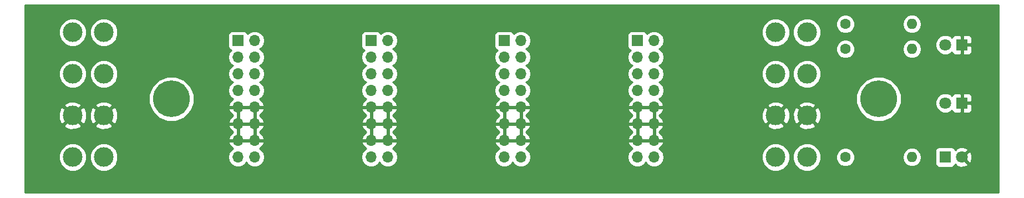
<source format=gbr>
G04 #@! TF.GenerationSoftware,KiCad,Pcbnew,(5.0.0)*
G04 #@! TF.CreationDate,2018-11-13T12:50:57-08:00*
G04 #@! TF.ProjectId,bus_board,6275735F626F6172642E6B696361645F,rev?*
G04 #@! TF.SameCoordinates,Original*
G04 #@! TF.FileFunction,Copper,L2,Bot,Signal*
G04 #@! TF.FilePolarity,Positive*
%FSLAX46Y46*%
G04 Gerber Fmt 4.6, Leading zero omitted, Abs format (unit mm)*
G04 Created by KiCad (PCBNEW (5.0.0)) date 11/13/18 12:50:57*
%MOMM*%
%LPD*%
G01*
G04 APERTURE LIST*
G04 #@! TA.AperFunction,ComponentPad*
%ADD10C,5.600000*%
G04 #@! TD*
G04 #@! TA.AperFunction,ComponentPad*
%ADD11R,1.700000X1.700000*%
G04 #@! TD*
G04 #@! TA.AperFunction,ComponentPad*
%ADD12O,1.700000X1.700000*%
G04 #@! TD*
G04 #@! TA.AperFunction,ComponentPad*
%ADD13C,1.800000*%
G04 #@! TD*
G04 #@! TA.AperFunction,ComponentPad*
%ADD14R,1.800000X1.800000*%
G04 #@! TD*
G04 #@! TA.AperFunction,ComponentPad*
%ADD15O,1.600000X1.600000*%
G04 #@! TD*
G04 #@! TA.AperFunction,ComponentPad*
%ADD16C,1.600000*%
G04 #@! TD*
G04 #@! TA.AperFunction,ComponentPad*
%ADD17C,3.000000*%
G04 #@! TD*
G04 #@! TA.AperFunction,Conductor*
%ADD18C,0.254000*%
G04 #@! TD*
G04 APERTURE END LIST*
D10*
G04 #@! TO.P,REF\002A\002A,1*
G04 #@! TO.N,N/C*
X180975000Y-80000000D03*
G04 #@! TD*
D11*
G04 #@! TO.P,J5,1*
G04 #@! TO.N,/GATE*
X83185000Y-71120000D03*
D12*
G04 #@! TO.P,J5,2*
X85725000Y-71120000D03*
G04 #@! TO.P,J5,3*
G04 #@! TO.N,/CV*
X83185000Y-73660000D03*
G04 #@! TO.P,J5,4*
X85725000Y-73660000D03*
G04 #@! TO.P,J5,5*
G04 #@! TO.N,/+5V*
X83185000Y-76200000D03*
G04 #@! TO.P,J5,6*
X85725000Y-76200000D03*
G04 #@! TO.P,J5,7*
G04 #@! TO.N,/+12V*
X83185000Y-78740000D03*
G04 #@! TO.P,J5,8*
X85725000Y-78740000D03*
G04 #@! TO.P,J5,9*
G04 #@! TO.N,/GND*
X83185000Y-81280000D03*
G04 #@! TO.P,J5,10*
X85725000Y-81280000D03*
G04 #@! TO.P,J5,11*
X83185000Y-83820000D03*
G04 #@! TO.P,J5,12*
X85725000Y-83820000D03*
G04 #@! TO.P,J5,13*
X83185000Y-86360000D03*
G04 #@! TO.P,J5,14*
X85725000Y-86360000D03*
G04 #@! TO.P,J5,15*
G04 #@! TO.N,/-12V*
X83185000Y-88900000D03*
G04 #@! TO.P,J5,16*
X85725000Y-88900000D03*
G04 #@! TD*
D13*
G04 #@! TO.P,D2,2*
G04 #@! TO.N,Net-(D2-Pad2)*
X191135000Y-80645000D03*
D14*
G04 #@! TO.P,D2,1*
G04 #@! TO.N,/GND*
X193675000Y-80645000D03*
G04 #@! TD*
G04 #@! TO.P,D3,1*
G04 #@! TO.N,Net-(D3-Pad1)*
X191135000Y-88900000D03*
D13*
G04 #@! TO.P,D3,2*
G04 #@! TO.N,/GND*
X193675000Y-88900000D03*
G04 #@! TD*
G04 #@! TO.P,D1,2*
G04 #@! TO.N,Net-(D1-Pad2)*
X191135000Y-71755000D03*
D14*
G04 #@! TO.P,D1,1*
G04 #@! TO.N,/GND*
X193675000Y-71755000D03*
G04 #@! TD*
D12*
G04 #@! TO.P,J6,16*
G04 #@! TO.N,/-12V*
X106045000Y-88900000D03*
G04 #@! TO.P,J6,15*
X103505000Y-88900000D03*
G04 #@! TO.P,J6,14*
G04 #@! TO.N,/GND*
X106045000Y-86360000D03*
G04 #@! TO.P,J6,13*
X103505000Y-86360000D03*
G04 #@! TO.P,J6,12*
X106045000Y-83820000D03*
G04 #@! TO.P,J6,11*
X103505000Y-83820000D03*
G04 #@! TO.P,J6,10*
X106045000Y-81280000D03*
G04 #@! TO.P,J6,9*
X103505000Y-81280000D03*
G04 #@! TO.P,J6,8*
G04 #@! TO.N,/+12V*
X106045000Y-78740000D03*
G04 #@! TO.P,J6,7*
X103505000Y-78740000D03*
G04 #@! TO.P,J6,6*
G04 #@! TO.N,/+5V*
X106045000Y-76200000D03*
G04 #@! TO.P,J6,5*
X103505000Y-76200000D03*
G04 #@! TO.P,J6,4*
G04 #@! TO.N,/CV*
X106045000Y-73660000D03*
G04 #@! TO.P,J6,3*
X103505000Y-73660000D03*
G04 #@! TO.P,J6,2*
G04 #@! TO.N,/GATE*
X106045000Y-71120000D03*
D11*
G04 #@! TO.P,J6,1*
X103505000Y-71120000D03*
G04 #@! TD*
G04 #@! TO.P,J8,1*
G04 #@! TO.N,/GATE*
X123825000Y-71120000D03*
D12*
G04 #@! TO.P,J8,2*
X126365000Y-71120000D03*
G04 #@! TO.P,J8,3*
G04 #@! TO.N,/CV*
X123825000Y-73660000D03*
G04 #@! TO.P,J8,4*
X126365000Y-73660000D03*
G04 #@! TO.P,J8,5*
G04 #@! TO.N,/+5V*
X123825000Y-76200000D03*
G04 #@! TO.P,J8,6*
X126365000Y-76200000D03*
G04 #@! TO.P,J8,7*
G04 #@! TO.N,/+12V*
X123825000Y-78740000D03*
G04 #@! TO.P,J8,8*
X126365000Y-78740000D03*
G04 #@! TO.P,J8,9*
G04 #@! TO.N,/GND*
X123825000Y-81280000D03*
G04 #@! TO.P,J8,10*
X126365000Y-81280000D03*
G04 #@! TO.P,J8,11*
X123825000Y-83820000D03*
G04 #@! TO.P,J8,12*
X126365000Y-83820000D03*
G04 #@! TO.P,J8,13*
X123825000Y-86360000D03*
G04 #@! TO.P,J8,14*
X126365000Y-86360000D03*
G04 #@! TO.P,J8,15*
G04 #@! TO.N,/-12V*
X123825000Y-88900000D03*
G04 #@! TO.P,J8,16*
X126365000Y-88900000D03*
G04 #@! TD*
G04 #@! TO.P,J7,16*
G04 #@! TO.N,/-12V*
X146685000Y-88900000D03*
G04 #@! TO.P,J7,15*
X144145000Y-88900000D03*
G04 #@! TO.P,J7,14*
G04 #@! TO.N,/GND*
X146685000Y-86360000D03*
G04 #@! TO.P,J7,13*
X144145000Y-86360000D03*
G04 #@! TO.P,J7,12*
X146685000Y-83820000D03*
G04 #@! TO.P,J7,11*
X144145000Y-83820000D03*
G04 #@! TO.P,J7,10*
X146685000Y-81280000D03*
G04 #@! TO.P,J7,9*
X144145000Y-81280000D03*
G04 #@! TO.P,J7,8*
G04 #@! TO.N,/+12V*
X146685000Y-78740000D03*
G04 #@! TO.P,J7,7*
X144145000Y-78740000D03*
G04 #@! TO.P,J7,6*
G04 #@! TO.N,/+5V*
X146685000Y-76200000D03*
G04 #@! TO.P,J7,5*
X144145000Y-76200000D03*
G04 #@! TO.P,J7,4*
G04 #@! TO.N,/CV*
X146685000Y-73660000D03*
G04 #@! TO.P,J7,3*
X144145000Y-73660000D03*
G04 #@! TO.P,J7,2*
G04 #@! TO.N,/GATE*
X146685000Y-71120000D03*
D11*
G04 #@! TO.P,J7,1*
X144145000Y-71120000D03*
G04 #@! TD*
D15*
G04 #@! TO.P,R2,2*
G04 #@! TO.N,Net-(D2-Pad2)*
X186055000Y-72390000D03*
D16*
G04 #@! TO.P,R2,1*
G04 #@! TO.N,/+12V*
X175895000Y-72390000D03*
G04 #@! TD*
G04 #@! TO.P,R3,1*
G04 #@! TO.N,/-12V*
X175895000Y-88900000D03*
D15*
G04 #@! TO.P,R3,2*
G04 #@! TO.N,Net-(D3-Pad1)*
X186055000Y-88900000D03*
G04 #@! TD*
G04 #@! TO.P,R1,2*
G04 #@! TO.N,Net-(D1-Pad2)*
X186055000Y-68580000D03*
D16*
G04 #@! TO.P,R1,1*
G04 #@! TO.N,/+5V*
X175895000Y-68580000D03*
G04 #@! TD*
D17*
G04 #@! TO.P,+12V,2*
G04 #@! TO.N,/+12V*
X62705000Y-76200000D03*
G04 #@! TO.P,+12V,1*
X57945000Y-76200000D03*
G04 #@! TD*
G04 #@! TO.P,+5V,1*
G04 #@! TO.N,/+5V*
X57945000Y-69850000D03*
G04 #@! TO.P,+5V,2*
X62705000Y-69850000D03*
G04 #@! TD*
G04 #@! TO.P,+5V,2*
G04 #@! TO.N,/+5V*
X170020000Y-69850000D03*
G04 #@! TO.P,+5V,1*
X165260000Y-69850000D03*
G04 #@! TD*
G04 #@! TO.P,+12V,1*
G04 #@! TO.N,/+12V*
X165260000Y-76200000D03*
G04 #@! TO.P,+12V,2*
X170020000Y-76200000D03*
G04 #@! TD*
G04 #@! TO.P,GND,2*
G04 #@! TO.N,/GND*
X170020000Y-82550000D03*
G04 #@! TO.P,GND,1*
X165260000Y-82550000D03*
G04 #@! TD*
G04 #@! TO.P,-12V,1*
G04 #@! TO.N,/-12V*
X165260000Y-88900000D03*
G04 #@! TO.P,-12V,2*
X170020000Y-88900000D03*
G04 #@! TD*
G04 #@! TO.P,-12V,2*
G04 #@! TO.N,/-12V*
X62705000Y-88900000D03*
G04 #@! TO.P,-12V,1*
X57945000Y-88900000D03*
G04 #@! TD*
G04 #@! TO.P,GND,1*
G04 #@! TO.N,/GND*
X57945000Y-82550000D03*
G04 #@! TO.P,GND,2*
X62705000Y-82550000D03*
G04 #@! TD*
D10*
G04 #@! TO.P,REF\002A\002A,1*
G04 #@! TO.N,N/C*
X73025000Y-80000000D03*
G04 #@! TD*
D18*
G04 #@! TO.N,/GND*
G36*
X199290000Y-94290000D02*
X50710000Y-94290000D01*
X50710000Y-88475322D01*
X55810000Y-88475322D01*
X55810000Y-89324678D01*
X56135034Y-90109380D01*
X56735620Y-90709966D01*
X57520322Y-91035000D01*
X58369678Y-91035000D01*
X59154380Y-90709966D01*
X59754966Y-90109380D01*
X60080000Y-89324678D01*
X60080000Y-88475322D01*
X60570000Y-88475322D01*
X60570000Y-89324678D01*
X60895034Y-90109380D01*
X61495620Y-90709966D01*
X62280322Y-91035000D01*
X63129678Y-91035000D01*
X63914380Y-90709966D01*
X64514966Y-90109380D01*
X64840000Y-89324678D01*
X64840000Y-88900000D01*
X81670908Y-88900000D01*
X81786161Y-89479418D01*
X82114375Y-89970625D01*
X82605582Y-90298839D01*
X83038744Y-90385000D01*
X83331256Y-90385000D01*
X83764418Y-90298839D01*
X84255625Y-89970625D01*
X84455000Y-89672239D01*
X84654375Y-89970625D01*
X85145582Y-90298839D01*
X85578744Y-90385000D01*
X85871256Y-90385000D01*
X86304418Y-90298839D01*
X86795625Y-89970625D01*
X87123839Y-89479418D01*
X87239092Y-88900000D01*
X101990908Y-88900000D01*
X102106161Y-89479418D01*
X102434375Y-89970625D01*
X102925582Y-90298839D01*
X103358744Y-90385000D01*
X103651256Y-90385000D01*
X104084418Y-90298839D01*
X104575625Y-89970625D01*
X104775000Y-89672239D01*
X104974375Y-89970625D01*
X105465582Y-90298839D01*
X105898744Y-90385000D01*
X106191256Y-90385000D01*
X106624418Y-90298839D01*
X107115625Y-89970625D01*
X107443839Y-89479418D01*
X107559092Y-88900000D01*
X122310908Y-88900000D01*
X122426161Y-89479418D01*
X122754375Y-89970625D01*
X123245582Y-90298839D01*
X123678744Y-90385000D01*
X123971256Y-90385000D01*
X124404418Y-90298839D01*
X124895625Y-89970625D01*
X125095000Y-89672239D01*
X125294375Y-89970625D01*
X125785582Y-90298839D01*
X126218744Y-90385000D01*
X126511256Y-90385000D01*
X126944418Y-90298839D01*
X127435625Y-89970625D01*
X127763839Y-89479418D01*
X127879092Y-88900000D01*
X142630908Y-88900000D01*
X142746161Y-89479418D01*
X143074375Y-89970625D01*
X143565582Y-90298839D01*
X143998744Y-90385000D01*
X144291256Y-90385000D01*
X144724418Y-90298839D01*
X145215625Y-89970625D01*
X145415000Y-89672239D01*
X145614375Y-89970625D01*
X146105582Y-90298839D01*
X146538744Y-90385000D01*
X146831256Y-90385000D01*
X147264418Y-90298839D01*
X147755625Y-89970625D01*
X148083839Y-89479418D01*
X148199092Y-88900000D01*
X148114619Y-88475322D01*
X163125000Y-88475322D01*
X163125000Y-89324678D01*
X163450034Y-90109380D01*
X164050620Y-90709966D01*
X164835322Y-91035000D01*
X165684678Y-91035000D01*
X166469380Y-90709966D01*
X167069966Y-90109380D01*
X167395000Y-89324678D01*
X167395000Y-88475322D01*
X167885000Y-88475322D01*
X167885000Y-89324678D01*
X168210034Y-90109380D01*
X168810620Y-90709966D01*
X169595322Y-91035000D01*
X170444678Y-91035000D01*
X171229380Y-90709966D01*
X171829966Y-90109380D01*
X172155000Y-89324678D01*
X172155000Y-88614561D01*
X174460000Y-88614561D01*
X174460000Y-89185439D01*
X174678466Y-89712862D01*
X175082138Y-90116534D01*
X175609561Y-90335000D01*
X176180439Y-90335000D01*
X176707862Y-90116534D01*
X177111534Y-89712862D01*
X177330000Y-89185439D01*
X177330000Y-88900000D01*
X184591887Y-88900000D01*
X184703260Y-89459909D01*
X185020423Y-89934577D01*
X185495091Y-90251740D01*
X185913667Y-90335000D01*
X186196333Y-90335000D01*
X186614909Y-90251740D01*
X187089577Y-89934577D01*
X187406740Y-89459909D01*
X187518113Y-88900000D01*
X187406740Y-88340091D01*
X187179499Y-88000000D01*
X189587560Y-88000000D01*
X189587560Y-89800000D01*
X189636843Y-90047765D01*
X189777191Y-90257809D01*
X189987235Y-90398157D01*
X190235000Y-90447440D01*
X192035000Y-90447440D01*
X192282765Y-90398157D01*
X192492809Y-90257809D01*
X192625058Y-90059886D01*
X192659890Y-90094718D01*
X192774447Y-89980161D01*
X192860852Y-90236643D01*
X193434336Y-90446458D01*
X194044460Y-90420839D01*
X194489148Y-90236643D01*
X194575554Y-89980159D01*
X193675000Y-89079605D01*
X193660858Y-89093748D01*
X193481253Y-88914143D01*
X193495395Y-88900000D01*
X193854605Y-88900000D01*
X194755159Y-89800554D01*
X195011643Y-89714148D01*
X195221458Y-89140664D01*
X195195839Y-88530540D01*
X195011643Y-88085852D01*
X194755159Y-87999446D01*
X193854605Y-88900000D01*
X193495395Y-88900000D01*
X193481253Y-88885858D01*
X193660858Y-88706253D01*
X193675000Y-88720395D01*
X194575554Y-87819841D01*
X194489148Y-87563357D01*
X193915664Y-87353542D01*
X193305540Y-87379161D01*
X192860852Y-87563357D01*
X192774447Y-87819839D01*
X192659890Y-87705282D01*
X192625058Y-87740114D01*
X192492809Y-87542191D01*
X192282765Y-87401843D01*
X192035000Y-87352560D01*
X190235000Y-87352560D01*
X189987235Y-87401843D01*
X189777191Y-87542191D01*
X189636843Y-87752235D01*
X189587560Y-88000000D01*
X187179499Y-88000000D01*
X187089577Y-87865423D01*
X186614909Y-87548260D01*
X186196333Y-87465000D01*
X185913667Y-87465000D01*
X185495091Y-87548260D01*
X185020423Y-87865423D01*
X184703260Y-88340091D01*
X184591887Y-88900000D01*
X177330000Y-88900000D01*
X177330000Y-88614561D01*
X177111534Y-88087138D01*
X176707862Y-87683466D01*
X176180439Y-87465000D01*
X175609561Y-87465000D01*
X175082138Y-87683466D01*
X174678466Y-88087138D01*
X174460000Y-88614561D01*
X172155000Y-88614561D01*
X172155000Y-88475322D01*
X171829966Y-87690620D01*
X171229380Y-87090034D01*
X170444678Y-86765000D01*
X169595322Y-86765000D01*
X168810620Y-87090034D01*
X168210034Y-87690620D01*
X167885000Y-88475322D01*
X167395000Y-88475322D01*
X167069966Y-87690620D01*
X166469380Y-87090034D01*
X165684678Y-86765000D01*
X164835322Y-86765000D01*
X164050620Y-87090034D01*
X163450034Y-87690620D01*
X163125000Y-88475322D01*
X148114619Y-88475322D01*
X148083839Y-88320582D01*
X147755625Y-87829375D01*
X147436522Y-87616157D01*
X147566358Y-87555183D01*
X147956645Y-87126924D01*
X148126476Y-86716890D01*
X148005155Y-86487000D01*
X146812000Y-86487000D01*
X146812000Y-86507000D01*
X146558000Y-86507000D01*
X146558000Y-86487000D01*
X144272000Y-86487000D01*
X144272000Y-86507000D01*
X144018000Y-86507000D01*
X144018000Y-86487000D01*
X142824845Y-86487000D01*
X142703524Y-86716890D01*
X142873355Y-87126924D01*
X143263642Y-87555183D01*
X143393478Y-87616157D01*
X143074375Y-87829375D01*
X142746161Y-88320582D01*
X142630908Y-88900000D01*
X127879092Y-88900000D01*
X127763839Y-88320582D01*
X127435625Y-87829375D01*
X127116522Y-87616157D01*
X127246358Y-87555183D01*
X127636645Y-87126924D01*
X127806476Y-86716890D01*
X127685155Y-86487000D01*
X126492000Y-86487000D01*
X126492000Y-86507000D01*
X126238000Y-86507000D01*
X126238000Y-86487000D01*
X123952000Y-86487000D01*
X123952000Y-86507000D01*
X123698000Y-86507000D01*
X123698000Y-86487000D01*
X122504845Y-86487000D01*
X122383524Y-86716890D01*
X122553355Y-87126924D01*
X122943642Y-87555183D01*
X123073478Y-87616157D01*
X122754375Y-87829375D01*
X122426161Y-88320582D01*
X122310908Y-88900000D01*
X107559092Y-88900000D01*
X107443839Y-88320582D01*
X107115625Y-87829375D01*
X106796522Y-87616157D01*
X106926358Y-87555183D01*
X107316645Y-87126924D01*
X107486476Y-86716890D01*
X107365155Y-86487000D01*
X106172000Y-86487000D01*
X106172000Y-86507000D01*
X105918000Y-86507000D01*
X105918000Y-86487000D01*
X103632000Y-86487000D01*
X103632000Y-86507000D01*
X103378000Y-86507000D01*
X103378000Y-86487000D01*
X102184845Y-86487000D01*
X102063524Y-86716890D01*
X102233355Y-87126924D01*
X102623642Y-87555183D01*
X102753478Y-87616157D01*
X102434375Y-87829375D01*
X102106161Y-88320582D01*
X101990908Y-88900000D01*
X87239092Y-88900000D01*
X87123839Y-88320582D01*
X86795625Y-87829375D01*
X86476522Y-87616157D01*
X86606358Y-87555183D01*
X86996645Y-87126924D01*
X87166476Y-86716890D01*
X87045155Y-86487000D01*
X85852000Y-86487000D01*
X85852000Y-86507000D01*
X85598000Y-86507000D01*
X85598000Y-86487000D01*
X83312000Y-86487000D01*
X83312000Y-86507000D01*
X83058000Y-86507000D01*
X83058000Y-86487000D01*
X81864845Y-86487000D01*
X81743524Y-86716890D01*
X81913355Y-87126924D01*
X82303642Y-87555183D01*
X82433478Y-87616157D01*
X82114375Y-87829375D01*
X81786161Y-88320582D01*
X81670908Y-88900000D01*
X64840000Y-88900000D01*
X64840000Y-88475322D01*
X64514966Y-87690620D01*
X63914380Y-87090034D01*
X63129678Y-86765000D01*
X62280322Y-86765000D01*
X61495620Y-87090034D01*
X60895034Y-87690620D01*
X60570000Y-88475322D01*
X60080000Y-88475322D01*
X59754966Y-87690620D01*
X59154380Y-87090034D01*
X58369678Y-86765000D01*
X57520322Y-86765000D01*
X56735620Y-87090034D01*
X56135034Y-87690620D01*
X55810000Y-88475322D01*
X50710000Y-88475322D01*
X50710000Y-84063970D01*
X56610635Y-84063970D01*
X56770418Y-84382739D01*
X57561187Y-84692723D01*
X58410387Y-84676497D01*
X59119582Y-84382739D01*
X59279365Y-84063970D01*
X61370635Y-84063970D01*
X61530418Y-84382739D01*
X62321187Y-84692723D01*
X63170387Y-84676497D01*
X63879582Y-84382739D01*
X63982763Y-84176890D01*
X81743524Y-84176890D01*
X81913355Y-84586924D01*
X82303642Y-85015183D01*
X82462954Y-85090000D01*
X82303642Y-85164817D01*
X81913355Y-85593076D01*
X81743524Y-86003110D01*
X81864845Y-86233000D01*
X83058000Y-86233000D01*
X83058000Y-83947000D01*
X83312000Y-83947000D01*
X83312000Y-86233000D01*
X85598000Y-86233000D01*
X85598000Y-83947000D01*
X85852000Y-83947000D01*
X85852000Y-86233000D01*
X87045155Y-86233000D01*
X87166476Y-86003110D01*
X86996645Y-85593076D01*
X86606358Y-85164817D01*
X86447046Y-85090000D01*
X86606358Y-85015183D01*
X86996645Y-84586924D01*
X87166476Y-84176890D01*
X102063524Y-84176890D01*
X102233355Y-84586924D01*
X102623642Y-85015183D01*
X102782954Y-85090000D01*
X102623642Y-85164817D01*
X102233355Y-85593076D01*
X102063524Y-86003110D01*
X102184845Y-86233000D01*
X103378000Y-86233000D01*
X103378000Y-83947000D01*
X103632000Y-83947000D01*
X103632000Y-86233000D01*
X105918000Y-86233000D01*
X105918000Y-83947000D01*
X106172000Y-83947000D01*
X106172000Y-86233000D01*
X107365155Y-86233000D01*
X107486476Y-86003110D01*
X107316645Y-85593076D01*
X106926358Y-85164817D01*
X106767046Y-85090000D01*
X106926358Y-85015183D01*
X107316645Y-84586924D01*
X107486476Y-84176890D01*
X122383524Y-84176890D01*
X122553355Y-84586924D01*
X122943642Y-85015183D01*
X123102954Y-85090000D01*
X122943642Y-85164817D01*
X122553355Y-85593076D01*
X122383524Y-86003110D01*
X122504845Y-86233000D01*
X123698000Y-86233000D01*
X123698000Y-83947000D01*
X123952000Y-83947000D01*
X123952000Y-86233000D01*
X126238000Y-86233000D01*
X126238000Y-83947000D01*
X126492000Y-83947000D01*
X126492000Y-86233000D01*
X127685155Y-86233000D01*
X127806476Y-86003110D01*
X127636645Y-85593076D01*
X127246358Y-85164817D01*
X127087046Y-85090000D01*
X127246358Y-85015183D01*
X127636645Y-84586924D01*
X127806476Y-84176890D01*
X142703524Y-84176890D01*
X142873355Y-84586924D01*
X143263642Y-85015183D01*
X143422954Y-85090000D01*
X143263642Y-85164817D01*
X142873355Y-85593076D01*
X142703524Y-86003110D01*
X142824845Y-86233000D01*
X144018000Y-86233000D01*
X144018000Y-83947000D01*
X144272000Y-83947000D01*
X144272000Y-86233000D01*
X146558000Y-86233000D01*
X146558000Y-83947000D01*
X146812000Y-83947000D01*
X146812000Y-86233000D01*
X148005155Y-86233000D01*
X148126476Y-86003110D01*
X147956645Y-85593076D01*
X147566358Y-85164817D01*
X147407046Y-85090000D01*
X147566358Y-85015183D01*
X147956645Y-84586924D01*
X148126476Y-84176890D01*
X148066885Y-84063970D01*
X163925635Y-84063970D01*
X164085418Y-84382739D01*
X164876187Y-84692723D01*
X165725387Y-84676497D01*
X166434582Y-84382739D01*
X166594365Y-84063970D01*
X168685635Y-84063970D01*
X168845418Y-84382739D01*
X169636187Y-84692723D01*
X170485387Y-84676497D01*
X171194582Y-84382739D01*
X171354365Y-84063970D01*
X170020000Y-82729605D01*
X168685635Y-84063970D01*
X166594365Y-84063970D01*
X165260000Y-82729605D01*
X163925635Y-84063970D01*
X148066885Y-84063970D01*
X148005155Y-83947000D01*
X146812000Y-83947000D01*
X146558000Y-83947000D01*
X144272000Y-83947000D01*
X144018000Y-83947000D01*
X142824845Y-83947000D01*
X142703524Y-84176890D01*
X127806476Y-84176890D01*
X127685155Y-83947000D01*
X126492000Y-83947000D01*
X126238000Y-83947000D01*
X123952000Y-83947000D01*
X123698000Y-83947000D01*
X122504845Y-83947000D01*
X122383524Y-84176890D01*
X107486476Y-84176890D01*
X107365155Y-83947000D01*
X106172000Y-83947000D01*
X105918000Y-83947000D01*
X103632000Y-83947000D01*
X103378000Y-83947000D01*
X102184845Y-83947000D01*
X102063524Y-84176890D01*
X87166476Y-84176890D01*
X87045155Y-83947000D01*
X85852000Y-83947000D01*
X85598000Y-83947000D01*
X83312000Y-83947000D01*
X83058000Y-83947000D01*
X81864845Y-83947000D01*
X81743524Y-84176890D01*
X63982763Y-84176890D01*
X64039365Y-84063970D01*
X62705000Y-82729605D01*
X61370635Y-84063970D01*
X59279365Y-84063970D01*
X57945000Y-82729605D01*
X56610635Y-84063970D01*
X50710000Y-84063970D01*
X50710000Y-82166187D01*
X55802277Y-82166187D01*
X55818503Y-83015387D01*
X56112261Y-83724582D01*
X56431030Y-83884365D01*
X57765395Y-82550000D01*
X58124605Y-82550000D01*
X59458970Y-83884365D01*
X59777739Y-83724582D01*
X60087723Y-82933813D01*
X60073056Y-82166187D01*
X60562277Y-82166187D01*
X60578503Y-83015387D01*
X60872261Y-83724582D01*
X61191030Y-83884365D01*
X62525395Y-82550000D01*
X62884605Y-82550000D01*
X64218970Y-83884365D01*
X64537739Y-83724582D01*
X64847723Y-82933813D01*
X64831497Y-82084613D01*
X64537739Y-81375418D01*
X64218970Y-81215635D01*
X62884605Y-82550000D01*
X62525395Y-82550000D01*
X61191030Y-81215635D01*
X60872261Y-81375418D01*
X60562277Y-82166187D01*
X60073056Y-82166187D01*
X60071497Y-82084613D01*
X59777739Y-81375418D01*
X59458970Y-81215635D01*
X58124605Y-82550000D01*
X57765395Y-82550000D01*
X56431030Y-81215635D01*
X56112261Y-81375418D01*
X55802277Y-82166187D01*
X50710000Y-82166187D01*
X50710000Y-81036030D01*
X56610635Y-81036030D01*
X57945000Y-82370395D01*
X59279365Y-81036030D01*
X61370635Y-81036030D01*
X62705000Y-82370395D01*
X64039365Y-81036030D01*
X63879582Y-80717261D01*
X63088813Y-80407277D01*
X62239613Y-80423503D01*
X61530418Y-80717261D01*
X61370635Y-81036030D01*
X59279365Y-81036030D01*
X59119582Y-80717261D01*
X58328813Y-80407277D01*
X57479613Y-80423503D01*
X56770418Y-80717261D01*
X56610635Y-81036030D01*
X50710000Y-81036030D01*
X50710000Y-79316736D01*
X69590000Y-79316736D01*
X69590000Y-80683264D01*
X70112947Y-81945771D01*
X71079229Y-82912053D01*
X72341736Y-83435000D01*
X73708264Y-83435000D01*
X74970771Y-82912053D01*
X75937053Y-81945771D01*
X76064995Y-81636890D01*
X81743524Y-81636890D01*
X81913355Y-82046924D01*
X82303642Y-82475183D01*
X82462954Y-82550000D01*
X82303642Y-82624817D01*
X81913355Y-83053076D01*
X81743524Y-83463110D01*
X81864845Y-83693000D01*
X83058000Y-83693000D01*
X83058000Y-81407000D01*
X83312000Y-81407000D01*
X83312000Y-83693000D01*
X85598000Y-83693000D01*
X85598000Y-81407000D01*
X85852000Y-81407000D01*
X85852000Y-83693000D01*
X87045155Y-83693000D01*
X87166476Y-83463110D01*
X86996645Y-83053076D01*
X86606358Y-82624817D01*
X86447046Y-82550000D01*
X86606358Y-82475183D01*
X86996645Y-82046924D01*
X87166476Y-81636890D01*
X102063524Y-81636890D01*
X102233355Y-82046924D01*
X102623642Y-82475183D01*
X102782954Y-82550000D01*
X102623642Y-82624817D01*
X102233355Y-83053076D01*
X102063524Y-83463110D01*
X102184845Y-83693000D01*
X103378000Y-83693000D01*
X103378000Y-81407000D01*
X103632000Y-81407000D01*
X103632000Y-83693000D01*
X105918000Y-83693000D01*
X105918000Y-81407000D01*
X106172000Y-81407000D01*
X106172000Y-83693000D01*
X107365155Y-83693000D01*
X107486476Y-83463110D01*
X107316645Y-83053076D01*
X106926358Y-82624817D01*
X106767046Y-82550000D01*
X106926358Y-82475183D01*
X107316645Y-82046924D01*
X107486476Y-81636890D01*
X122383524Y-81636890D01*
X122553355Y-82046924D01*
X122943642Y-82475183D01*
X123102954Y-82550000D01*
X122943642Y-82624817D01*
X122553355Y-83053076D01*
X122383524Y-83463110D01*
X122504845Y-83693000D01*
X123698000Y-83693000D01*
X123698000Y-81407000D01*
X123952000Y-81407000D01*
X123952000Y-83693000D01*
X126238000Y-83693000D01*
X126238000Y-81407000D01*
X126492000Y-81407000D01*
X126492000Y-83693000D01*
X127685155Y-83693000D01*
X127806476Y-83463110D01*
X127636645Y-83053076D01*
X127246358Y-82624817D01*
X127087046Y-82550000D01*
X127246358Y-82475183D01*
X127636645Y-82046924D01*
X127806476Y-81636890D01*
X142703524Y-81636890D01*
X142873355Y-82046924D01*
X143263642Y-82475183D01*
X143422954Y-82550000D01*
X143263642Y-82624817D01*
X142873355Y-83053076D01*
X142703524Y-83463110D01*
X142824845Y-83693000D01*
X144018000Y-83693000D01*
X144018000Y-81407000D01*
X144272000Y-81407000D01*
X144272000Y-83693000D01*
X146558000Y-83693000D01*
X146558000Y-81407000D01*
X146812000Y-81407000D01*
X146812000Y-83693000D01*
X148005155Y-83693000D01*
X148126476Y-83463110D01*
X147956645Y-83053076D01*
X147566358Y-82624817D01*
X147407046Y-82550000D01*
X147566358Y-82475183D01*
X147847956Y-82166187D01*
X163117277Y-82166187D01*
X163133503Y-83015387D01*
X163427261Y-83724582D01*
X163746030Y-83884365D01*
X165080395Y-82550000D01*
X165439605Y-82550000D01*
X166773970Y-83884365D01*
X167092739Y-83724582D01*
X167402723Y-82933813D01*
X167388056Y-82166187D01*
X167877277Y-82166187D01*
X167893503Y-83015387D01*
X168187261Y-83724582D01*
X168506030Y-83884365D01*
X169840395Y-82550000D01*
X170199605Y-82550000D01*
X171533970Y-83884365D01*
X171852739Y-83724582D01*
X172162723Y-82933813D01*
X172146497Y-82084613D01*
X171852739Y-81375418D01*
X171533970Y-81215635D01*
X170199605Y-82550000D01*
X169840395Y-82550000D01*
X168506030Y-81215635D01*
X168187261Y-81375418D01*
X167877277Y-82166187D01*
X167388056Y-82166187D01*
X167386497Y-82084613D01*
X167092739Y-81375418D01*
X166773970Y-81215635D01*
X165439605Y-82550000D01*
X165080395Y-82550000D01*
X163746030Y-81215635D01*
X163427261Y-81375418D01*
X163117277Y-82166187D01*
X147847956Y-82166187D01*
X147956645Y-82046924D01*
X148126476Y-81636890D01*
X148005155Y-81407000D01*
X146812000Y-81407000D01*
X146558000Y-81407000D01*
X144272000Y-81407000D01*
X144018000Y-81407000D01*
X142824845Y-81407000D01*
X142703524Y-81636890D01*
X127806476Y-81636890D01*
X127685155Y-81407000D01*
X126492000Y-81407000D01*
X126238000Y-81407000D01*
X123952000Y-81407000D01*
X123698000Y-81407000D01*
X122504845Y-81407000D01*
X122383524Y-81636890D01*
X107486476Y-81636890D01*
X107365155Y-81407000D01*
X106172000Y-81407000D01*
X105918000Y-81407000D01*
X103632000Y-81407000D01*
X103378000Y-81407000D01*
X102184845Y-81407000D01*
X102063524Y-81636890D01*
X87166476Y-81636890D01*
X87045155Y-81407000D01*
X85852000Y-81407000D01*
X85598000Y-81407000D01*
X83312000Y-81407000D01*
X83058000Y-81407000D01*
X81864845Y-81407000D01*
X81743524Y-81636890D01*
X76064995Y-81636890D01*
X76460000Y-80683264D01*
X76460000Y-79316736D01*
X75937053Y-78054229D01*
X74970771Y-77087947D01*
X73708264Y-76565000D01*
X72341736Y-76565000D01*
X71079229Y-77087947D01*
X70112947Y-78054229D01*
X69590000Y-79316736D01*
X50710000Y-79316736D01*
X50710000Y-75775322D01*
X55810000Y-75775322D01*
X55810000Y-76624678D01*
X56135034Y-77409380D01*
X56735620Y-78009966D01*
X57520322Y-78335000D01*
X58369678Y-78335000D01*
X59154380Y-78009966D01*
X59754966Y-77409380D01*
X60080000Y-76624678D01*
X60080000Y-75775322D01*
X60570000Y-75775322D01*
X60570000Y-76624678D01*
X60895034Y-77409380D01*
X61495620Y-78009966D01*
X62280322Y-78335000D01*
X63129678Y-78335000D01*
X63914380Y-78009966D01*
X64514966Y-77409380D01*
X64840000Y-76624678D01*
X64840000Y-75775322D01*
X64514966Y-74990620D01*
X63914380Y-74390034D01*
X63129678Y-74065000D01*
X62280322Y-74065000D01*
X61495620Y-74390034D01*
X60895034Y-74990620D01*
X60570000Y-75775322D01*
X60080000Y-75775322D01*
X59754966Y-74990620D01*
X59154380Y-74390034D01*
X58369678Y-74065000D01*
X57520322Y-74065000D01*
X56735620Y-74390034D01*
X56135034Y-74990620D01*
X55810000Y-75775322D01*
X50710000Y-75775322D01*
X50710000Y-73660000D01*
X81670908Y-73660000D01*
X81786161Y-74239418D01*
X82114375Y-74730625D01*
X82412761Y-74930000D01*
X82114375Y-75129375D01*
X81786161Y-75620582D01*
X81670908Y-76200000D01*
X81786161Y-76779418D01*
X82114375Y-77270625D01*
X82412761Y-77470000D01*
X82114375Y-77669375D01*
X81786161Y-78160582D01*
X81670908Y-78740000D01*
X81786161Y-79319418D01*
X82114375Y-79810625D01*
X82433478Y-80023843D01*
X82303642Y-80084817D01*
X81913355Y-80513076D01*
X81743524Y-80923110D01*
X81864845Y-81153000D01*
X83058000Y-81153000D01*
X83058000Y-81133000D01*
X83312000Y-81133000D01*
X83312000Y-81153000D01*
X85598000Y-81153000D01*
X85598000Y-81133000D01*
X85852000Y-81133000D01*
X85852000Y-81153000D01*
X87045155Y-81153000D01*
X87166476Y-80923110D01*
X86996645Y-80513076D01*
X86606358Y-80084817D01*
X86476522Y-80023843D01*
X86795625Y-79810625D01*
X87123839Y-79319418D01*
X87239092Y-78740000D01*
X87123839Y-78160582D01*
X86795625Y-77669375D01*
X86497239Y-77470000D01*
X86795625Y-77270625D01*
X87123839Y-76779418D01*
X87239092Y-76200000D01*
X87123839Y-75620582D01*
X86795625Y-75129375D01*
X86497239Y-74930000D01*
X86795625Y-74730625D01*
X87123839Y-74239418D01*
X87239092Y-73660000D01*
X101990908Y-73660000D01*
X102106161Y-74239418D01*
X102434375Y-74730625D01*
X102732761Y-74930000D01*
X102434375Y-75129375D01*
X102106161Y-75620582D01*
X101990908Y-76200000D01*
X102106161Y-76779418D01*
X102434375Y-77270625D01*
X102732761Y-77470000D01*
X102434375Y-77669375D01*
X102106161Y-78160582D01*
X101990908Y-78740000D01*
X102106161Y-79319418D01*
X102434375Y-79810625D01*
X102753478Y-80023843D01*
X102623642Y-80084817D01*
X102233355Y-80513076D01*
X102063524Y-80923110D01*
X102184845Y-81153000D01*
X103378000Y-81153000D01*
X103378000Y-81133000D01*
X103632000Y-81133000D01*
X103632000Y-81153000D01*
X105918000Y-81153000D01*
X105918000Y-81133000D01*
X106172000Y-81133000D01*
X106172000Y-81153000D01*
X107365155Y-81153000D01*
X107486476Y-80923110D01*
X107316645Y-80513076D01*
X106926358Y-80084817D01*
X106796522Y-80023843D01*
X107115625Y-79810625D01*
X107443839Y-79319418D01*
X107559092Y-78740000D01*
X107443839Y-78160582D01*
X107115625Y-77669375D01*
X106817239Y-77470000D01*
X107115625Y-77270625D01*
X107443839Y-76779418D01*
X107559092Y-76200000D01*
X107443839Y-75620582D01*
X107115625Y-75129375D01*
X106817239Y-74930000D01*
X107115625Y-74730625D01*
X107443839Y-74239418D01*
X107559092Y-73660000D01*
X122310908Y-73660000D01*
X122426161Y-74239418D01*
X122754375Y-74730625D01*
X123052761Y-74930000D01*
X122754375Y-75129375D01*
X122426161Y-75620582D01*
X122310908Y-76200000D01*
X122426161Y-76779418D01*
X122754375Y-77270625D01*
X123052761Y-77470000D01*
X122754375Y-77669375D01*
X122426161Y-78160582D01*
X122310908Y-78740000D01*
X122426161Y-79319418D01*
X122754375Y-79810625D01*
X123073478Y-80023843D01*
X122943642Y-80084817D01*
X122553355Y-80513076D01*
X122383524Y-80923110D01*
X122504845Y-81153000D01*
X123698000Y-81153000D01*
X123698000Y-81133000D01*
X123952000Y-81133000D01*
X123952000Y-81153000D01*
X126238000Y-81153000D01*
X126238000Y-81133000D01*
X126492000Y-81133000D01*
X126492000Y-81153000D01*
X127685155Y-81153000D01*
X127806476Y-80923110D01*
X127636645Y-80513076D01*
X127246358Y-80084817D01*
X127116522Y-80023843D01*
X127435625Y-79810625D01*
X127763839Y-79319418D01*
X127879092Y-78740000D01*
X127763839Y-78160582D01*
X127435625Y-77669375D01*
X127137239Y-77470000D01*
X127435625Y-77270625D01*
X127763839Y-76779418D01*
X127879092Y-76200000D01*
X127763839Y-75620582D01*
X127435625Y-75129375D01*
X127137239Y-74930000D01*
X127435625Y-74730625D01*
X127763839Y-74239418D01*
X127879092Y-73660000D01*
X142630908Y-73660000D01*
X142746161Y-74239418D01*
X143074375Y-74730625D01*
X143372761Y-74930000D01*
X143074375Y-75129375D01*
X142746161Y-75620582D01*
X142630908Y-76200000D01*
X142746161Y-76779418D01*
X143074375Y-77270625D01*
X143372761Y-77470000D01*
X143074375Y-77669375D01*
X142746161Y-78160582D01*
X142630908Y-78740000D01*
X142746161Y-79319418D01*
X143074375Y-79810625D01*
X143393478Y-80023843D01*
X143263642Y-80084817D01*
X142873355Y-80513076D01*
X142703524Y-80923110D01*
X142824845Y-81153000D01*
X144018000Y-81153000D01*
X144018000Y-81133000D01*
X144272000Y-81133000D01*
X144272000Y-81153000D01*
X146558000Y-81153000D01*
X146558000Y-81133000D01*
X146812000Y-81133000D01*
X146812000Y-81153000D01*
X148005155Y-81153000D01*
X148066884Y-81036030D01*
X163925635Y-81036030D01*
X165260000Y-82370395D01*
X166594365Y-81036030D01*
X168685635Y-81036030D01*
X170020000Y-82370395D01*
X171354365Y-81036030D01*
X171194582Y-80717261D01*
X170403813Y-80407277D01*
X169554613Y-80423503D01*
X168845418Y-80717261D01*
X168685635Y-81036030D01*
X166594365Y-81036030D01*
X166434582Y-80717261D01*
X165643813Y-80407277D01*
X164794613Y-80423503D01*
X164085418Y-80717261D01*
X163925635Y-81036030D01*
X148066884Y-81036030D01*
X148126476Y-80923110D01*
X147956645Y-80513076D01*
X147566358Y-80084817D01*
X147436522Y-80023843D01*
X147755625Y-79810625D01*
X148083839Y-79319418D01*
X148084372Y-79316736D01*
X177540000Y-79316736D01*
X177540000Y-80683264D01*
X178062947Y-81945771D01*
X179029229Y-82912053D01*
X180291736Y-83435000D01*
X181658264Y-83435000D01*
X182920771Y-82912053D01*
X183887053Y-81945771D01*
X184410000Y-80683264D01*
X184410000Y-80339670D01*
X189600000Y-80339670D01*
X189600000Y-80950330D01*
X189833690Y-81514507D01*
X190265493Y-81946310D01*
X190829670Y-82180000D01*
X191440330Y-82180000D01*
X192004507Y-81946310D01*
X192180861Y-81769956D01*
X192236673Y-81904699D01*
X192415302Y-82083327D01*
X192648691Y-82180000D01*
X193389250Y-82180000D01*
X193548000Y-82021250D01*
X193548000Y-80772000D01*
X193802000Y-80772000D01*
X193802000Y-82021250D01*
X193960750Y-82180000D01*
X194701309Y-82180000D01*
X194934698Y-82083327D01*
X195113327Y-81904699D01*
X195210000Y-81671310D01*
X195210000Y-80930750D01*
X195051250Y-80772000D01*
X193802000Y-80772000D01*
X193548000Y-80772000D01*
X193528000Y-80772000D01*
X193528000Y-80518000D01*
X193548000Y-80518000D01*
X193548000Y-79268750D01*
X193802000Y-79268750D01*
X193802000Y-80518000D01*
X195051250Y-80518000D01*
X195210000Y-80359250D01*
X195210000Y-79618690D01*
X195113327Y-79385301D01*
X194934698Y-79206673D01*
X194701309Y-79110000D01*
X193960750Y-79110000D01*
X193802000Y-79268750D01*
X193548000Y-79268750D01*
X193389250Y-79110000D01*
X192648691Y-79110000D01*
X192415302Y-79206673D01*
X192236673Y-79385301D01*
X192180861Y-79520044D01*
X192004507Y-79343690D01*
X191440330Y-79110000D01*
X190829670Y-79110000D01*
X190265493Y-79343690D01*
X189833690Y-79775493D01*
X189600000Y-80339670D01*
X184410000Y-80339670D01*
X184410000Y-79316736D01*
X183887053Y-78054229D01*
X182920771Y-77087947D01*
X181658264Y-76565000D01*
X180291736Y-76565000D01*
X179029229Y-77087947D01*
X178062947Y-78054229D01*
X177540000Y-79316736D01*
X148084372Y-79316736D01*
X148199092Y-78740000D01*
X148083839Y-78160582D01*
X147755625Y-77669375D01*
X147457239Y-77470000D01*
X147755625Y-77270625D01*
X148083839Y-76779418D01*
X148199092Y-76200000D01*
X148114619Y-75775322D01*
X163125000Y-75775322D01*
X163125000Y-76624678D01*
X163450034Y-77409380D01*
X164050620Y-78009966D01*
X164835322Y-78335000D01*
X165684678Y-78335000D01*
X166469380Y-78009966D01*
X167069966Y-77409380D01*
X167395000Y-76624678D01*
X167395000Y-75775322D01*
X167885000Y-75775322D01*
X167885000Y-76624678D01*
X168210034Y-77409380D01*
X168810620Y-78009966D01*
X169595322Y-78335000D01*
X170444678Y-78335000D01*
X171229380Y-78009966D01*
X171829966Y-77409380D01*
X172155000Y-76624678D01*
X172155000Y-75775322D01*
X171829966Y-74990620D01*
X171229380Y-74390034D01*
X170444678Y-74065000D01*
X169595322Y-74065000D01*
X168810620Y-74390034D01*
X168210034Y-74990620D01*
X167885000Y-75775322D01*
X167395000Y-75775322D01*
X167069966Y-74990620D01*
X166469380Y-74390034D01*
X165684678Y-74065000D01*
X164835322Y-74065000D01*
X164050620Y-74390034D01*
X163450034Y-74990620D01*
X163125000Y-75775322D01*
X148114619Y-75775322D01*
X148083839Y-75620582D01*
X147755625Y-75129375D01*
X147457239Y-74930000D01*
X147755625Y-74730625D01*
X148083839Y-74239418D01*
X148199092Y-73660000D01*
X148083839Y-73080582D01*
X147755625Y-72589375D01*
X147457239Y-72390000D01*
X147755625Y-72190625D01*
X147813131Y-72104561D01*
X174460000Y-72104561D01*
X174460000Y-72675439D01*
X174678466Y-73202862D01*
X175082138Y-73606534D01*
X175609561Y-73825000D01*
X176180439Y-73825000D01*
X176707862Y-73606534D01*
X177111534Y-73202862D01*
X177330000Y-72675439D01*
X177330000Y-72390000D01*
X184591887Y-72390000D01*
X184703260Y-72949909D01*
X185020423Y-73424577D01*
X185495091Y-73741740D01*
X185913667Y-73825000D01*
X186196333Y-73825000D01*
X186614909Y-73741740D01*
X187089577Y-73424577D01*
X187406740Y-72949909D01*
X187518113Y-72390000D01*
X187406740Y-71830091D01*
X187152551Y-71449670D01*
X189600000Y-71449670D01*
X189600000Y-72060330D01*
X189833690Y-72624507D01*
X190265493Y-73056310D01*
X190829670Y-73290000D01*
X191440330Y-73290000D01*
X192004507Y-73056310D01*
X192180861Y-72879956D01*
X192236673Y-73014699D01*
X192415302Y-73193327D01*
X192648691Y-73290000D01*
X193389250Y-73290000D01*
X193548000Y-73131250D01*
X193548000Y-71882000D01*
X193802000Y-71882000D01*
X193802000Y-73131250D01*
X193960750Y-73290000D01*
X194701309Y-73290000D01*
X194934698Y-73193327D01*
X195113327Y-73014699D01*
X195210000Y-72781310D01*
X195210000Y-72040750D01*
X195051250Y-71882000D01*
X193802000Y-71882000D01*
X193548000Y-71882000D01*
X193528000Y-71882000D01*
X193528000Y-71628000D01*
X193548000Y-71628000D01*
X193548000Y-70378750D01*
X193802000Y-70378750D01*
X193802000Y-71628000D01*
X195051250Y-71628000D01*
X195210000Y-71469250D01*
X195210000Y-70728690D01*
X195113327Y-70495301D01*
X194934698Y-70316673D01*
X194701309Y-70220000D01*
X193960750Y-70220000D01*
X193802000Y-70378750D01*
X193548000Y-70378750D01*
X193389250Y-70220000D01*
X192648691Y-70220000D01*
X192415302Y-70316673D01*
X192236673Y-70495301D01*
X192180861Y-70630044D01*
X192004507Y-70453690D01*
X191440330Y-70220000D01*
X190829670Y-70220000D01*
X190265493Y-70453690D01*
X189833690Y-70885493D01*
X189600000Y-71449670D01*
X187152551Y-71449670D01*
X187089577Y-71355423D01*
X186614909Y-71038260D01*
X186196333Y-70955000D01*
X185913667Y-70955000D01*
X185495091Y-71038260D01*
X185020423Y-71355423D01*
X184703260Y-71830091D01*
X184591887Y-72390000D01*
X177330000Y-72390000D01*
X177330000Y-72104561D01*
X177111534Y-71577138D01*
X176707862Y-71173466D01*
X176180439Y-70955000D01*
X175609561Y-70955000D01*
X175082138Y-71173466D01*
X174678466Y-71577138D01*
X174460000Y-72104561D01*
X147813131Y-72104561D01*
X148083839Y-71699418D01*
X148199092Y-71120000D01*
X148083839Y-70540582D01*
X147755625Y-70049375D01*
X147264418Y-69721161D01*
X146831256Y-69635000D01*
X146538744Y-69635000D01*
X146105582Y-69721161D01*
X145614375Y-70049375D01*
X145602184Y-70067619D01*
X145593157Y-70022235D01*
X145452809Y-69812191D01*
X145242765Y-69671843D01*
X144995000Y-69622560D01*
X143295000Y-69622560D01*
X143047235Y-69671843D01*
X142837191Y-69812191D01*
X142696843Y-70022235D01*
X142647560Y-70270000D01*
X142647560Y-71970000D01*
X142696843Y-72217765D01*
X142837191Y-72427809D01*
X143047235Y-72568157D01*
X143092619Y-72577184D01*
X143074375Y-72589375D01*
X142746161Y-73080582D01*
X142630908Y-73660000D01*
X127879092Y-73660000D01*
X127763839Y-73080582D01*
X127435625Y-72589375D01*
X127137239Y-72390000D01*
X127435625Y-72190625D01*
X127763839Y-71699418D01*
X127879092Y-71120000D01*
X127763839Y-70540582D01*
X127435625Y-70049375D01*
X126944418Y-69721161D01*
X126511256Y-69635000D01*
X126218744Y-69635000D01*
X125785582Y-69721161D01*
X125294375Y-70049375D01*
X125282184Y-70067619D01*
X125273157Y-70022235D01*
X125132809Y-69812191D01*
X124922765Y-69671843D01*
X124675000Y-69622560D01*
X122975000Y-69622560D01*
X122727235Y-69671843D01*
X122517191Y-69812191D01*
X122376843Y-70022235D01*
X122327560Y-70270000D01*
X122327560Y-71970000D01*
X122376843Y-72217765D01*
X122517191Y-72427809D01*
X122727235Y-72568157D01*
X122772619Y-72577184D01*
X122754375Y-72589375D01*
X122426161Y-73080582D01*
X122310908Y-73660000D01*
X107559092Y-73660000D01*
X107443839Y-73080582D01*
X107115625Y-72589375D01*
X106817239Y-72390000D01*
X107115625Y-72190625D01*
X107443839Y-71699418D01*
X107559092Y-71120000D01*
X107443839Y-70540582D01*
X107115625Y-70049375D01*
X106624418Y-69721161D01*
X106191256Y-69635000D01*
X105898744Y-69635000D01*
X105465582Y-69721161D01*
X104974375Y-70049375D01*
X104962184Y-70067619D01*
X104953157Y-70022235D01*
X104812809Y-69812191D01*
X104602765Y-69671843D01*
X104355000Y-69622560D01*
X102655000Y-69622560D01*
X102407235Y-69671843D01*
X102197191Y-69812191D01*
X102056843Y-70022235D01*
X102007560Y-70270000D01*
X102007560Y-71970000D01*
X102056843Y-72217765D01*
X102197191Y-72427809D01*
X102407235Y-72568157D01*
X102452619Y-72577184D01*
X102434375Y-72589375D01*
X102106161Y-73080582D01*
X101990908Y-73660000D01*
X87239092Y-73660000D01*
X87123839Y-73080582D01*
X86795625Y-72589375D01*
X86497239Y-72390000D01*
X86795625Y-72190625D01*
X87123839Y-71699418D01*
X87239092Y-71120000D01*
X87123839Y-70540582D01*
X86795625Y-70049375D01*
X86304418Y-69721161D01*
X85871256Y-69635000D01*
X85578744Y-69635000D01*
X85145582Y-69721161D01*
X84654375Y-70049375D01*
X84642184Y-70067619D01*
X84633157Y-70022235D01*
X84492809Y-69812191D01*
X84282765Y-69671843D01*
X84035000Y-69622560D01*
X82335000Y-69622560D01*
X82087235Y-69671843D01*
X81877191Y-69812191D01*
X81736843Y-70022235D01*
X81687560Y-70270000D01*
X81687560Y-71970000D01*
X81736843Y-72217765D01*
X81877191Y-72427809D01*
X82087235Y-72568157D01*
X82132619Y-72577184D01*
X82114375Y-72589375D01*
X81786161Y-73080582D01*
X81670908Y-73660000D01*
X50710000Y-73660000D01*
X50710000Y-69425322D01*
X55810000Y-69425322D01*
X55810000Y-70274678D01*
X56135034Y-71059380D01*
X56735620Y-71659966D01*
X57520322Y-71985000D01*
X58369678Y-71985000D01*
X59154380Y-71659966D01*
X59754966Y-71059380D01*
X60080000Y-70274678D01*
X60080000Y-69425322D01*
X60570000Y-69425322D01*
X60570000Y-70274678D01*
X60895034Y-71059380D01*
X61495620Y-71659966D01*
X62280322Y-71985000D01*
X63129678Y-71985000D01*
X63914380Y-71659966D01*
X64514966Y-71059380D01*
X64840000Y-70274678D01*
X64840000Y-69425322D01*
X163125000Y-69425322D01*
X163125000Y-70274678D01*
X163450034Y-71059380D01*
X164050620Y-71659966D01*
X164835322Y-71985000D01*
X165684678Y-71985000D01*
X166469380Y-71659966D01*
X167069966Y-71059380D01*
X167395000Y-70274678D01*
X167395000Y-69425322D01*
X167885000Y-69425322D01*
X167885000Y-70274678D01*
X168210034Y-71059380D01*
X168810620Y-71659966D01*
X169595322Y-71985000D01*
X170444678Y-71985000D01*
X171229380Y-71659966D01*
X171829966Y-71059380D01*
X172155000Y-70274678D01*
X172155000Y-69425322D01*
X171829966Y-68640620D01*
X171483907Y-68294561D01*
X174460000Y-68294561D01*
X174460000Y-68865439D01*
X174678466Y-69392862D01*
X175082138Y-69796534D01*
X175609561Y-70015000D01*
X176180439Y-70015000D01*
X176707862Y-69796534D01*
X177111534Y-69392862D01*
X177330000Y-68865439D01*
X177330000Y-68580000D01*
X184591887Y-68580000D01*
X184703260Y-69139909D01*
X185020423Y-69614577D01*
X185495091Y-69931740D01*
X185913667Y-70015000D01*
X186196333Y-70015000D01*
X186614909Y-69931740D01*
X187089577Y-69614577D01*
X187406740Y-69139909D01*
X187518113Y-68580000D01*
X187406740Y-68020091D01*
X187089577Y-67545423D01*
X186614909Y-67228260D01*
X186196333Y-67145000D01*
X185913667Y-67145000D01*
X185495091Y-67228260D01*
X185020423Y-67545423D01*
X184703260Y-68020091D01*
X184591887Y-68580000D01*
X177330000Y-68580000D01*
X177330000Y-68294561D01*
X177111534Y-67767138D01*
X176707862Y-67363466D01*
X176180439Y-67145000D01*
X175609561Y-67145000D01*
X175082138Y-67363466D01*
X174678466Y-67767138D01*
X174460000Y-68294561D01*
X171483907Y-68294561D01*
X171229380Y-68040034D01*
X170444678Y-67715000D01*
X169595322Y-67715000D01*
X168810620Y-68040034D01*
X168210034Y-68640620D01*
X167885000Y-69425322D01*
X167395000Y-69425322D01*
X167069966Y-68640620D01*
X166469380Y-68040034D01*
X165684678Y-67715000D01*
X164835322Y-67715000D01*
X164050620Y-68040034D01*
X163450034Y-68640620D01*
X163125000Y-69425322D01*
X64840000Y-69425322D01*
X64514966Y-68640620D01*
X63914380Y-68040034D01*
X63129678Y-67715000D01*
X62280322Y-67715000D01*
X61495620Y-68040034D01*
X60895034Y-68640620D01*
X60570000Y-69425322D01*
X60080000Y-69425322D01*
X59754966Y-68640620D01*
X59154380Y-68040034D01*
X58369678Y-67715000D01*
X57520322Y-67715000D01*
X56735620Y-68040034D01*
X56135034Y-68640620D01*
X55810000Y-69425322D01*
X50710000Y-69425322D01*
X50710000Y-65710000D01*
X199290001Y-65710000D01*
X199290000Y-94290000D01*
X199290000Y-94290000D01*
G37*
X199290000Y-94290000D02*
X50710000Y-94290000D01*
X50710000Y-88475322D01*
X55810000Y-88475322D01*
X55810000Y-89324678D01*
X56135034Y-90109380D01*
X56735620Y-90709966D01*
X57520322Y-91035000D01*
X58369678Y-91035000D01*
X59154380Y-90709966D01*
X59754966Y-90109380D01*
X60080000Y-89324678D01*
X60080000Y-88475322D01*
X60570000Y-88475322D01*
X60570000Y-89324678D01*
X60895034Y-90109380D01*
X61495620Y-90709966D01*
X62280322Y-91035000D01*
X63129678Y-91035000D01*
X63914380Y-90709966D01*
X64514966Y-90109380D01*
X64840000Y-89324678D01*
X64840000Y-88900000D01*
X81670908Y-88900000D01*
X81786161Y-89479418D01*
X82114375Y-89970625D01*
X82605582Y-90298839D01*
X83038744Y-90385000D01*
X83331256Y-90385000D01*
X83764418Y-90298839D01*
X84255625Y-89970625D01*
X84455000Y-89672239D01*
X84654375Y-89970625D01*
X85145582Y-90298839D01*
X85578744Y-90385000D01*
X85871256Y-90385000D01*
X86304418Y-90298839D01*
X86795625Y-89970625D01*
X87123839Y-89479418D01*
X87239092Y-88900000D01*
X101990908Y-88900000D01*
X102106161Y-89479418D01*
X102434375Y-89970625D01*
X102925582Y-90298839D01*
X103358744Y-90385000D01*
X103651256Y-90385000D01*
X104084418Y-90298839D01*
X104575625Y-89970625D01*
X104775000Y-89672239D01*
X104974375Y-89970625D01*
X105465582Y-90298839D01*
X105898744Y-90385000D01*
X106191256Y-90385000D01*
X106624418Y-90298839D01*
X107115625Y-89970625D01*
X107443839Y-89479418D01*
X107559092Y-88900000D01*
X122310908Y-88900000D01*
X122426161Y-89479418D01*
X122754375Y-89970625D01*
X123245582Y-90298839D01*
X123678744Y-90385000D01*
X123971256Y-90385000D01*
X124404418Y-90298839D01*
X124895625Y-89970625D01*
X125095000Y-89672239D01*
X125294375Y-89970625D01*
X125785582Y-90298839D01*
X126218744Y-90385000D01*
X126511256Y-90385000D01*
X126944418Y-90298839D01*
X127435625Y-89970625D01*
X127763839Y-89479418D01*
X127879092Y-88900000D01*
X142630908Y-88900000D01*
X142746161Y-89479418D01*
X143074375Y-89970625D01*
X143565582Y-90298839D01*
X143998744Y-90385000D01*
X144291256Y-90385000D01*
X144724418Y-90298839D01*
X145215625Y-89970625D01*
X145415000Y-89672239D01*
X145614375Y-89970625D01*
X146105582Y-90298839D01*
X146538744Y-90385000D01*
X146831256Y-90385000D01*
X147264418Y-90298839D01*
X147755625Y-89970625D01*
X148083839Y-89479418D01*
X148199092Y-88900000D01*
X148114619Y-88475322D01*
X163125000Y-88475322D01*
X163125000Y-89324678D01*
X163450034Y-90109380D01*
X164050620Y-90709966D01*
X164835322Y-91035000D01*
X165684678Y-91035000D01*
X166469380Y-90709966D01*
X167069966Y-90109380D01*
X167395000Y-89324678D01*
X167395000Y-88475322D01*
X167885000Y-88475322D01*
X167885000Y-89324678D01*
X168210034Y-90109380D01*
X168810620Y-90709966D01*
X169595322Y-91035000D01*
X170444678Y-91035000D01*
X171229380Y-90709966D01*
X171829966Y-90109380D01*
X172155000Y-89324678D01*
X172155000Y-88614561D01*
X174460000Y-88614561D01*
X174460000Y-89185439D01*
X174678466Y-89712862D01*
X175082138Y-90116534D01*
X175609561Y-90335000D01*
X176180439Y-90335000D01*
X176707862Y-90116534D01*
X177111534Y-89712862D01*
X177330000Y-89185439D01*
X177330000Y-88900000D01*
X184591887Y-88900000D01*
X184703260Y-89459909D01*
X185020423Y-89934577D01*
X185495091Y-90251740D01*
X185913667Y-90335000D01*
X186196333Y-90335000D01*
X186614909Y-90251740D01*
X187089577Y-89934577D01*
X187406740Y-89459909D01*
X187518113Y-88900000D01*
X187406740Y-88340091D01*
X187179499Y-88000000D01*
X189587560Y-88000000D01*
X189587560Y-89800000D01*
X189636843Y-90047765D01*
X189777191Y-90257809D01*
X189987235Y-90398157D01*
X190235000Y-90447440D01*
X192035000Y-90447440D01*
X192282765Y-90398157D01*
X192492809Y-90257809D01*
X192625058Y-90059886D01*
X192659890Y-90094718D01*
X192774447Y-89980161D01*
X192860852Y-90236643D01*
X193434336Y-90446458D01*
X194044460Y-90420839D01*
X194489148Y-90236643D01*
X194575554Y-89980159D01*
X193675000Y-89079605D01*
X193660858Y-89093748D01*
X193481253Y-88914143D01*
X193495395Y-88900000D01*
X193854605Y-88900000D01*
X194755159Y-89800554D01*
X195011643Y-89714148D01*
X195221458Y-89140664D01*
X195195839Y-88530540D01*
X195011643Y-88085852D01*
X194755159Y-87999446D01*
X193854605Y-88900000D01*
X193495395Y-88900000D01*
X193481253Y-88885858D01*
X193660858Y-88706253D01*
X193675000Y-88720395D01*
X194575554Y-87819841D01*
X194489148Y-87563357D01*
X193915664Y-87353542D01*
X193305540Y-87379161D01*
X192860852Y-87563357D01*
X192774447Y-87819839D01*
X192659890Y-87705282D01*
X192625058Y-87740114D01*
X192492809Y-87542191D01*
X192282765Y-87401843D01*
X192035000Y-87352560D01*
X190235000Y-87352560D01*
X189987235Y-87401843D01*
X189777191Y-87542191D01*
X189636843Y-87752235D01*
X189587560Y-88000000D01*
X187179499Y-88000000D01*
X187089577Y-87865423D01*
X186614909Y-87548260D01*
X186196333Y-87465000D01*
X185913667Y-87465000D01*
X185495091Y-87548260D01*
X185020423Y-87865423D01*
X184703260Y-88340091D01*
X184591887Y-88900000D01*
X177330000Y-88900000D01*
X177330000Y-88614561D01*
X177111534Y-88087138D01*
X176707862Y-87683466D01*
X176180439Y-87465000D01*
X175609561Y-87465000D01*
X175082138Y-87683466D01*
X174678466Y-88087138D01*
X174460000Y-88614561D01*
X172155000Y-88614561D01*
X172155000Y-88475322D01*
X171829966Y-87690620D01*
X171229380Y-87090034D01*
X170444678Y-86765000D01*
X169595322Y-86765000D01*
X168810620Y-87090034D01*
X168210034Y-87690620D01*
X167885000Y-88475322D01*
X167395000Y-88475322D01*
X167069966Y-87690620D01*
X166469380Y-87090034D01*
X165684678Y-86765000D01*
X164835322Y-86765000D01*
X164050620Y-87090034D01*
X163450034Y-87690620D01*
X163125000Y-88475322D01*
X148114619Y-88475322D01*
X148083839Y-88320582D01*
X147755625Y-87829375D01*
X147436522Y-87616157D01*
X147566358Y-87555183D01*
X147956645Y-87126924D01*
X148126476Y-86716890D01*
X148005155Y-86487000D01*
X146812000Y-86487000D01*
X146812000Y-86507000D01*
X146558000Y-86507000D01*
X146558000Y-86487000D01*
X144272000Y-86487000D01*
X144272000Y-86507000D01*
X144018000Y-86507000D01*
X144018000Y-86487000D01*
X142824845Y-86487000D01*
X142703524Y-86716890D01*
X142873355Y-87126924D01*
X143263642Y-87555183D01*
X143393478Y-87616157D01*
X143074375Y-87829375D01*
X142746161Y-88320582D01*
X142630908Y-88900000D01*
X127879092Y-88900000D01*
X127763839Y-88320582D01*
X127435625Y-87829375D01*
X127116522Y-87616157D01*
X127246358Y-87555183D01*
X127636645Y-87126924D01*
X127806476Y-86716890D01*
X127685155Y-86487000D01*
X126492000Y-86487000D01*
X126492000Y-86507000D01*
X126238000Y-86507000D01*
X126238000Y-86487000D01*
X123952000Y-86487000D01*
X123952000Y-86507000D01*
X123698000Y-86507000D01*
X123698000Y-86487000D01*
X122504845Y-86487000D01*
X122383524Y-86716890D01*
X122553355Y-87126924D01*
X122943642Y-87555183D01*
X123073478Y-87616157D01*
X122754375Y-87829375D01*
X122426161Y-88320582D01*
X122310908Y-88900000D01*
X107559092Y-88900000D01*
X107443839Y-88320582D01*
X107115625Y-87829375D01*
X106796522Y-87616157D01*
X106926358Y-87555183D01*
X107316645Y-87126924D01*
X107486476Y-86716890D01*
X107365155Y-86487000D01*
X106172000Y-86487000D01*
X106172000Y-86507000D01*
X105918000Y-86507000D01*
X105918000Y-86487000D01*
X103632000Y-86487000D01*
X103632000Y-86507000D01*
X103378000Y-86507000D01*
X103378000Y-86487000D01*
X102184845Y-86487000D01*
X102063524Y-86716890D01*
X102233355Y-87126924D01*
X102623642Y-87555183D01*
X102753478Y-87616157D01*
X102434375Y-87829375D01*
X102106161Y-88320582D01*
X101990908Y-88900000D01*
X87239092Y-88900000D01*
X87123839Y-88320582D01*
X86795625Y-87829375D01*
X86476522Y-87616157D01*
X86606358Y-87555183D01*
X86996645Y-87126924D01*
X87166476Y-86716890D01*
X87045155Y-86487000D01*
X85852000Y-86487000D01*
X85852000Y-86507000D01*
X85598000Y-86507000D01*
X85598000Y-86487000D01*
X83312000Y-86487000D01*
X83312000Y-86507000D01*
X83058000Y-86507000D01*
X83058000Y-86487000D01*
X81864845Y-86487000D01*
X81743524Y-86716890D01*
X81913355Y-87126924D01*
X82303642Y-87555183D01*
X82433478Y-87616157D01*
X82114375Y-87829375D01*
X81786161Y-88320582D01*
X81670908Y-88900000D01*
X64840000Y-88900000D01*
X64840000Y-88475322D01*
X64514966Y-87690620D01*
X63914380Y-87090034D01*
X63129678Y-86765000D01*
X62280322Y-86765000D01*
X61495620Y-87090034D01*
X60895034Y-87690620D01*
X60570000Y-88475322D01*
X60080000Y-88475322D01*
X59754966Y-87690620D01*
X59154380Y-87090034D01*
X58369678Y-86765000D01*
X57520322Y-86765000D01*
X56735620Y-87090034D01*
X56135034Y-87690620D01*
X55810000Y-88475322D01*
X50710000Y-88475322D01*
X50710000Y-84063970D01*
X56610635Y-84063970D01*
X56770418Y-84382739D01*
X57561187Y-84692723D01*
X58410387Y-84676497D01*
X59119582Y-84382739D01*
X59279365Y-84063970D01*
X61370635Y-84063970D01*
X61530418Y-84382739D01*
X62321187Y-84692723D01*
X63170387Y-84676497D01*
X63879582Y-84382739D01*
X63982763Y-84176890D01*
X81743524Y-84176890D01*
X81913355Y-84586924D01*
X82303642Y-85015183D01*
X82462954Y-85090000D01*
X82303642Y-85164817D01*
X81913355Y-85593076D01*
X81743524Y-86003110D01*
X81864845Y-86233000D01*
X83058000Y-86233000D01*
X83058000Y-83947000D01*
X83312000Y-83947000D01*
X83312000Y-86233000D01*
X85598000Y-86233000D01*
X85598000Y-83947000D01*
X85852000Y-83947000D01*
X85852000Y-86233000D01*
X87045155Y-86233000D01*
X87166476Y-86003110D01*
X86996645Y-85593076D01*
X86606358Y-85164817D01*
X86447046Y-85090000D01*
X86606358Y-85015183D01*
X86996645Y-84586924D01*
X87166476Y-84176890D01*
X102063524Y-84176890D01*
X102233355Y-84586924D01*
X102623642Y-85015183D01*
X102782954Y-85090000D01*
X102623642Y-85164817D01*
X102233355Y-85593076D01*
X102063524Y-86003110D01*
X102184845Y-86233000D01*
X103378000Y-86233000D01*
X103378000Y-83947000D01*
X103632000Y-83947000D01*
X103632000Y-86233000D01*
X105918000Y-86233000D01*
X105918000Y-83947000D01*
X106172000Y-83947000D01*
X106172000Y-86233000D01*
X107365155Y-86233000D01*
X107486476Y-86003110D01*
X107316645Y-85593076D01*
X106926358Y-85164817D01*
X106767046Y-85090000D01*
X106926358Y-85015183D01*
X107316645Y-84586924D01*
X107486476Y-84176890D01*
X122383524Y-84176890D01*
X122553355Y-84586924D01*
X122943642Y-85015183D01*
X123102954Y-85090000D01*
X122943642Y-85164817D01*
X122553355Y-85593076D01*
X122383524Y-86003110D01*
X122504845Y-86233000D01*
X123698000Y-86233000D01*
X123698000Y-83947000D01*
X123952000Y-83947000D01*
X123952000Y-86233000D01*
X126238000Y-86233000D01*
X126238000Y-83947000D01*
X126492000Y-83947000D01*
X126492000Y-86233000D01*
X127685155Y-86233000D01*
X127806476Y-86003110D01*
X127636645Y-85593076D01*
X127246358Y-85164817D01*
X127087046Y-85090000D01*
X127246358Y-85015183D01*
X127636645Y-84586924D01*
X127806476Y-84176890D01*
X142703524Y-84176890D01*
X142873355Y-84586924D01*
X143263642Y-85015183D01*
X143422954Y-85090000D01*
X143263642Y-85164817D01*
X142873355Y-85593076D01*
X142703524Y-86003110D01*
X142824845Y-86233000D01*
X144018000Y-86233000D01*
X144018000Y-83947000D01*
X144272000Y-83947000D01*
X144272000Y-86233000D01*
X146558000Y-86233000D01*
X146558000Y-83947000D01*
X146812000Y-83947000D01*
X146812000Y-86233000D01*
X148005155Y-86233000D01*
X148126476Y-86003110D01*
X147956645Y-85593076D01*
X147566358Y-85164817D01*
X147407046Y-85090000D01*
X147566358Y-85015183D01*
X147956645Y-84586924D01*
X148126476Y-84176890D01*
X148066885Y-84063970D01*
X163925635Y-84063970D01*
X164085418Y-84382739D01*
X164876187Y-84692723D01*
X165725387Y-84676497D01*
X166434582Y-84382739D01*
X166594365Y-84063970D01*
X168685635Y-84063970D01*
X168845418Y-84382739D01*
X169636187Y-84692723D01*
X170485387Y-84676497D01*
X171194582Y-84382739D01*
X171354365Y-84063970D01*
X170020000Y-82729605D01*
X168685635Y-84063970D01*
X166594365Y-84063970D01*
X165260000Y-82729605D01*
X163925635Y-84063970D01*
X148066885Y-84063970D01*
X148005155Y-83947000D01*
X146812000Y-83947000D01*
X146558000Y-83947000D01*
X144272000Y-83947000D01*
X144018000Y-83947000D01*
X142824845Y-83947000D01*
X142703524Y-84176890D01*
X127806476Y-84176890D01*
X127685155Y-83947000D01*
X126492000Y-83947000D01*
X126238000Y-83947000D01*
X123952000Y-83947000D01*
X123698000Y-83947000D01*
X122504845Y-83947000D01*
X122383524Y-84176890D01*
X107486476Y-84176890D01*
X107365155Y-83947000D01*
X106172000Y-83947000D01*
X105918000Y-83947000D01*
X103632000Y-83947000D01*
X103378000Y-83947000D01*
X102184845Y-83947000D01*
X102063524Y-84176890D01*
X87166476Y-84176890D01*
X87045155Y-83947000D01*
X85852000Y-83947000D01*
X85598000Y-83947000D01*
X83312000Y-83947000D01*
X83058000Y-83947000D01*
X81864845Y-83947000D01*
X81743524Y-84176890D01*
X63982763Y-84176890D01*
X64039365Y-84063970D01*
X62705000Y-82729605D01*
X61370635Y-84063970D01*
X59279365Y-84063970D01*
X57945000Y-82729605D01*
X56610635Y-84063970D01*
X50710000Y-84063970D01*
X50710000Y-82166187D01*
X55802277Y-82166187D01*
X55818503Y-83015387D01*
X56112261Y-83724582D01*
X56431030Y-83884365D01*
X57765395Y-82550000D01*
X58124605Y-82550000D01*
X59458970Y-83884365D01*
X59777739Y-83724582D01*
X60087723Y-82933813D01*
X60073056Y-82166187D01*
X60562277Y-82166187D01*
X60578503Y-83015387D01*
X60872261Y-83724582D01*
X61191030Y-83884365D01*
X62525395Y-82550000D01*
X62884605Y-82550000D01*
X64218970Y-83884365D01*
X64537739Y-83724582D01*
X64847723Y-82933813D01*
X64831497Y-82084613D01*
X64537739Y-81375418D01*
X64218970Y-81215635D01*
X62884605Y-82550000D01*
X62525395Y-82550000D01*
X61191030Y-81215635D01*
X60872261Y-81375418D01*
X60562277Y-82166187D01*
X60073056Y-82166187D01*
X60071497Y-82084613D01*
X59777739Y-81375418D01*
X59458970Y-81215635D01*
X58124605Y-82550000D01*
X57765395Y-82550000D01*
X56431030Y-81215635D01*
X56112261Y-81375418D01*
X55802277Y-82166187D01*
X50710000Y-82166187D01*
X50710000Y-81036030D01*
X56610635Y-81036030D01*
X57945000Y-82370395D01*
X59279365Y-81036030D01*
X61370635Y-81036030D01*
X62705000Y-82370395D01*
X64039365Y-81036030D01*
X63879582Y-80717261D01*
X63088813Y-80407277D01*
X62239613Y-80423503D01*
X61530418Y-80717261D01*
X61370635Y-81036030D01*
X59279365Y-81036030D01*
X59119582Y-80717261D01*
X58328813Y-80407277D01*
X57479613Y-80423503D01*
X56770418Y-80717261D01*
X56610635Y-81036030D01*
X50710000Y-81036030D01*
X50710000Y-79316736D01*
X69590000Y-79316736D01*
X69590000Y-80683264D01*
X70112947Y-81945771D01*
X71079229Y-82912053D01*
X72341736Y-83435000D01*
X73708264Y-83435000D01*
X74970771Y-82912053D01*
X75937053Y-81945771D01*
X76064995Y-81636890D01*
X81743524Y-81636890D01*
X81913355Y-82046924D01*
X82303642Y-82475183D01*
X82462954Y-82550000D01*
X82303642Y-82624817D01*
X81913355Y-83053076D01*
X81743524Y-83463110D01*
X81864845Y-83693000D01*
X83058000Y-83693000D01*
X83058000Y-81407000D01*
X83312000Y-81407000D01*
X83312000Y-83693000D01*
X85598000Y-83693000D01*
X85598000Y-81407000D01*
X85852000Y-81407000D01*
X85852000Y-83693000D01*
X87045155Y-83693000D01*
X87166476Y-83463110D01*
X86996645Y-83053076D01*
X86606358Y-82624817D01*
X86447046Y-82550000D01*
X86606358Y-82475183D01*
X86996645Y-82046924D01*
X87166476Y-81636890D01*
X102063524Y-81636890D01*
X102233355Y-82046924D01*
X102623642Y-82475183D01*
X102782954Y-82550000D01*
X102623642Y-82624817D01*
X102233355Y-83053076D01*
X102063524Y-83463110D01*
X102184845Y-83693000D01*
X103378000Y-83693000D01*
X103378000Y-81407000D01*
X103632000Y-81407000D01*
X103632000Y-83693000D01*
X105918000Y-83693000D01*
X105918000Y-81407000D01*
X106172000Y-81407000D01*
X106172000Y-83693000D01*
X107365155Y-83693000D01*
X107486476Y-83463110D01*
X107316645Y-83053076D01*
X106926358Y-82624817D01*
X106767046Y-82550000D01*
X106926358Y-82475183D01*
X107316645Y-82046924D01*
X107486476Y-81636890D01*
X122383524Y-81636890D01*
X122553355Y-82046924D01*
X122943642Y-82475183D01*
X123102954Y-82550000D01*
X122943642Y-82624817D01*
X122553355Y-83053076D01*
X122383524Y-83463110D01*
X122504845Y-83693000D01*
X123698000Y-83693000D01*
X123698000Y-81407000D01*
X123952000Y-81407000D01*
X123952000Y-83693000D01*
X126238000Y-83693000D01*
X126238000Y-81407000D01*
X126492000Y-81407000D01*
X126492000Y-83693000D01*
X127685155Y-83693000D01*
X127806476Y-83463110D01*
X127636645Y-83053076D01*
X127246358Y-82624817D01*
X127087046Y-82550000D01*
X127246358Y-82475183D01*
X127636645Y-82046924D01*
X127806476Y-81636890D01*
X142703524Y-81636890D01*
X142873355Y-82046924D01*
X143263642Y-82475183D01*
X143422954Y-82550000D01*
X143263642Y-82624817D01*
X142873355Y-83053076D01*
X142703524Y-83463110D01*
X142824845Y-83693000D01*
X144018000Y-83693000D01*
X144018000Y-81407000D01*
X144272000Y-81407000D01*
X144272000Y-83693000D01*
X146558000Y-83693000D01*
X146558000Y-81407000D01*
X146812000Y-81407000D01*
X146812000Y-83693000D01*
X148005155Y-83693000D01*
X148126476Y-83463110D01*
X147956645Y-83053076D01*
X147566358Y-82624817D01*
X147407046Y-82550000D01*
X147566358Y-82475183D01*
X147847956Y-82166187D01*
X163117277Y-82166187D01*
X163133503Y-83015387D01*
X163427261Y-83724582D01*
X163746030Y-83884365D01*
X165080395Y-82550000D01*
X165439605Y-82550000D01*
X166773970Y-83884365D01*
X167092739Y-83724582D01*
X167402723Y-82933813D01*
X167388056Y-82166187D01*
X167877277Y-82166187D01*
X167893503Y-83015387D01*
X168187261Y-83724582D01*
X168506030Y-83884365D01*
X169840395Y-82550000D01*
X170199605Y-82550000D01*
X171533970Y-83884365D01*
X171852739Y-83724582D01*
X172162723Y-82933813D01*
X172146497Y-82084613D01*
X171852739Y-81375418D01*
X171533970Y-81215635D01*
X170199605Y-82550000D01*
X169840395Y-82550000D01*
X168506030Y-81215635D01*
X168187261Y-81375418D01*
X167877277Y-82166187D01*
X167388056Y-82166187D01*
X167386497Y-82084613D01*
X167092739Y-81375418D01*
X166773970Y-81215635D01*
X165439605Y-82550000D01*
X165080395Y-82550000D01*
X163746030Y-81215635D01*
X163427261Y-81375418D01*
X163117277Y-82166187D01*
X147847956Y-82166187D01*
X147956645Y-82046924D01*
X148126476Y-81636890D01*
X148005155Y-81407000D01*
X146812000Y-81407000D01*
X146558000Y-81407000D01*
X144272000Y-81407000D01*
X144018000Y-81407000D01*
X142824845Y-81407000D01*
X142703524Y-81636890D01*
X127806476Y-81636890D01*
X127685155Y-81407000D01*
X126492000Y-81407000D01*
X126238000Y-81407000D01*
X123952000Y-81407000D01*
X123698000Y-81407000D01*
X122504845Y-81407000D01*
X122383524Y-81636890D01*
X107486476Y-81636890D01*
X107365155Y-81407000D01*
X106172000Y-81407000D01*
X105918000Y-81407000D01*
X103632000Y-81407000D01*
X103378000Y-81407000D01*
X102184845Y-81407000D01*
X102063524Y-81636890D01*
X87166476Y-81636890D01*
X87045155Y-81407000D01*
X85852000Y-81407000D01*
X85598000Y-81407000D01*
X83312000Y-81407000D01*
X83058000Y-81407000D01*
X81864845Y-81407000D01*
X81743524Y-81636890D01*
X76064995Y-81636890D01*
X76460000Y-80683264D01*
X76460000Y-79316736D01*
X75937053Y-78054229D01*
X74970771Y-77087947D01*
X73708264Y-76565000D01*
X72341736Y-76565000D01*
X71079229Y-77087947D01*
X70112947Y-78054229D01*
X69590000Y-79316736D01*
X50710000Y-79316736D01*
X50710000Y-75775322D01*
X55810000Y-75775322D01*
X55810000Y-76624678D01*
X56135034Y-77409380D01*
X56735620Y-78009966D01*
X57520322Y-78335000D01*
X58369678Y-78335000D01*
X59154380Y-78009966D01*
X59754966Y-77409380D01*
X60080000Y-76624678D01*
X60080000Y-75775322D01*
X60570000Y-75775322D01*
X60570000Y-76624678D01*
X60895034Y-77409380D01*
X61495620Y-78009966D01*
X62280322Y-78335000D01*
X63129678Y-78335000D01*
X63914380Y-78009966D01*
X64514966Y-77409380D01*
X64840000Y-76624678D01*
X64840000Y-75775322D01*
X64514966Y-74990620D01*
X63914380Y-74390034D01*
X63129678Y-74065000D01*
X62280322Y-74065000D01*
X61495620Y-74390034D01*
X60895034Y-74990620D01*
X60570000Y-75775322D01*
X60080000Y-75775322D01*
X59754966Y-74990620D01*
X59154380Y-74390034D01*
X58369678Y-74065000D01*
X57520322Y-74065000D01*
X56735620Y-74390034D01*
X56135034Y-74990620D01*
X55810000Y-75775322D01*
X50710000Y-75775322D01*
X50710000Y-73660000D01*
X81670908Y-73660000D01*
X81786161Y-74239418D01*
X82114375Y-74730625D01*
X82412761Y-74930000D01*
X82114375Y-75129375D01*
X81786161Y-75620582D01*
X81670908Y-76200000D01*
X81786161Y-76779418D01*
X82114375Y-77270625D01*
X82412761Y-77470000D01*
X82114375Y-77669375D01*
X81786161Y-78160582D01*
X81670908Y-78740000D01*
X81786161Y-79319418D01*
X82114375Y-79810625D01*
X82433478Y-80023843D01*
X82303642Y-80084817D01*
X81913355Y-80513076D01*
X81743524Y-80923110D01*
X81864845Y-81153000D01*
X83058000Y-81153000D01*
X83058000Y-81133000D01*
X83312000Y-81133000D01*
X83312000Y-81153000D01*
X85598000Y-81153000D01*
X85598000Y-81133000D01*
X85852000Y-81133000D01*
X85852000Y-81153000D01*
X87045155Y-81153000D01*
X87166476Y-80923110D01*
X86996645Y-80513076D01*
X86606358Y-80084817D01*
X86476522Y-80023843D01*
X86795625Y-79810625D01*
X87123839Y-79319418D01*
X87239092Y-78740000D01*
X87123839Y-78160582D01*
X86795625Y-77669375D01*
X86497239Y-77470000D01*
X86795625Y-77270625D01*
X87123839Y-76779418D01*
X87239092Y-76200000D01*
X87123839Y-75620582D01*
X86795625Y-75129375D01*
X86497239Y-74930000D01*
X86795625Y-74730625D01*
X87123839Y-74239418D01*
X87239092Y-73660000D01*
X101990908Y-73660000D01*
X102106161Y-74239418D01*
X102434375Y-74730625D01*
X102732761Y-74930000D01*
X102434375Y-75129375D01*
X102106161Y-75620582D01*
X101990908Y-76200000D01*
X102106161Y-76779418D01*
X102434375Y-77270625D01*
X102732761Y-77470000D01*
X102434375Y-77669375D01*
X102106161Y-78160582D01*
X101990908Y-78740000D01*
X102106161Y-79319418D01*
X102434375Y-79810625D01*
X102753478Y-80023843D01*
X102623642Y-80084817D01*
X102233355Y-80513076D01*
X102063524Y-80923110D01*
X102184845Y-81153000D01*
X103378000Y-81153000D01*
X103378000Y-81133000D01*
X103632000Y-81133000D01*
X103632000Y-81153000D01*
X105918000Y-81153000D01*
X105918000Y-81133000D01*
X106172000Y-81133000D01*
X106172000Y-81153000D01*
X107365155Y-81153000D01*
X107486476Y-80923110D01*
X107316645Y-80513076D01*
X106926358Y-80084817D01*
X106796522Y-80023843D01*
X107115625Y-79810625D01*
X107443839Y-79319418D01*
X107559092Y-78740000D01*
X107443839Y-78160582D01*
X107115625Y-77669375D01*
X106817239Y-77470000D01*
X107115625Y-77270625D01*
X107443839Y-76779418D01*
X107559092Y-76200000D01*
X107443839Y-75620582D01*
X107115625Y-75129375D01*
X106817239Y-74930000D01*
X107115625Y-74730625D01*
X107443839Y-74239418D01*
X107559092Y-73660000D01*
X122310908Y-73660000D01*
X122426161Y-74239418D01*
X122754375Y-74730625D01*
X123052761Y-74930000D01*
X122754375Y-75129375D01*
X122426161Y-75620582D01*
X122310908Y-76200000D01*
X122426161Y-76779418D01*
X122754375Y-77270625D01*
X123052761Y-77470000D01*
X122754375Y-77669375D01*
X122426161Y-78160582D01*
X122310908Y-78740000D01*
X122426161Y-79319418D01*
X122754375Y-79810625D01*
X123073478Y-80023843D01*
X122943642Y-80084817D01*
X122553355Y-80513076D01*
X122383524Y-80923110D01*
X122504845Y-81153000D01*
X123698000Y-81153000D01*
X123698000Y-81133000D01*
X123952000Y-81133000D01*
X123952000Y-81153000D01*
X126238000Y-81153000D01*
X126238000Y-81133000D01*
X126492000Y-81133000D01*
X126492000Y-81153000D01*
X127685155Y-81153000D01*
X127806476Y-80923110D01*
X127636645Y-80513076D01*
X127246358Y-80084817D01*
X127116522Y-80023843D01*
X127435625Y-79810625D01*
X127763839Y-79319418D01*
X127879092Y-78740000D01*
X127763839Y-78160582D01*
X127435625Y-77669375D01*
X127137239Y-77470000D01*
X127435625Y-77270625D01*
X127763839Y-76779418D01*
X127879092Y-76200000D01*
X127763839Y-75620582D01*
X127435625Y-75129375D01*
X127137239Y-74930000D01*
X127435625Y-74730625D01*
X127763839Y-74239418D01*
X127879092Y-73660000D01*
X142630908Y-73660000D01*
X142746161Y-74239418D01*
X143074375Y-74730625D01*
X143372761Y-74930000D01*
X143074375Y-75129375D01*
X142746161Y-75620582D01*
X142630908Y-76200000D01*
X142746161Y-76779418D01*
X143074375Y-77270625D01*
X143372761Y-77470000D01*
X143074375Y-77669375D01*
X142746161Y-78160582D01*
X142630908Y-78740000D01*
X142746161Y-79319418D01*
X143074375Y-79810625D01*
X143393478Y-80023843D01*
X143263642Y-80084817D01*
X142873355Y-80513076D01*
X142703524Y-80923110D01*
X142824845Y-81153000D01*
X144018000Y-81153000D01*
X144018000Y-81133000D01*
X144272000Y-81133000D01*
X144272000Y-81153000D01*
X146558000Y-81153000D01*
X146558000Y-81133000D01*
X146812000Y-81133000D01*
X146812000Y-81153000D01*
X148005155Y-81153000D01*
X148066884Y-81036030D01*
X163925635Y-81036030D01*
X165260000Y-82370395D01*
X166594365Y-81036030D01*
X168685635Y-81036030D01*
X170020000Y-82370395D01*
X171354365Y-81036030D01*
X171194582Y-80717261D01*
X170403813Y-80407277D01*
X169554613Y-80423503D01*
X168845418Y-80717261D01*
X168685635Y-81036030D01*
X166594365Y-81036030D01*
X166434582Y-80717261D01*
X165643813Y-80407277D01*
X164794613Y-80423503D01*
X164085418Y-80717261D01*
X163925635Y-81036030D01*
X148066884Y-81036030D01*
X148126476Y-80923110D01*
X147956645Y-80513076D01*
X147566358Y-80084817D01*
X147436522Y-80023843D01*
X147755625Y-79810625D01*
X148083839Y-79319418D01*
X148084372Y-79316736D01*
X177540000Y-79316736D01*
X177540000Y-80683264D01*
X178062947Y-81945771D01*
X179029229Y-82912053D01*
X180291736Y-83435000D01*
X181658264Y-83435000D01*
X182920771Y-82912053D01*
X183887053Y-81945771D01*
X184410000Y-80683264D01*
X184410000Y-80339670D01*
X189600000Y-80339670D01*
X189600000Y-80950330D01*
X189833690Y-81514507D01*
X190265493Y-81946310D01*
X190829670Y-82180000D01*
X191440330Y-82180000D01*
X192004507Y-81946310D01*
X192180861Y-81769956D01*
X192236673Y-81904699D01*
X192415302Y-82083327D01*
X192648691Y-82180000D01*
X193389250Y-82180000D01*
X193548000Y-82021250D01*
X193548000Y-80772000D01*
X193802000Y-80772000D01*
X193802000Y-82021250D01*
X193960750Y-82180000D01*
X194701309Y-82180000D01*
X194934698Y-82083327D01*
X195113327Y-81904699D01*
X195210000Y-81671310D01*
X195210000Y-80930750D01*
X195051250Y-80772000D01*
X193802000Y-80772000D01*
X193548000Y-80772000D01*
X193528000Y-80772000D01*
X193528000Y-80518000D01*
X193548000Y-80518000D01*
X193548000Y-79268750D01*
X193802000Y-79268750D01*
X193802000Y-80518000D01*
X195051250Y-80518000D01*
X195210000Y-80359250D01*
X195210000Y-79618690D01*
X195113327Y-79385301D01*
X194934698Y-79206673D01*
X194701309Y-79110000D01*
X193960750Y-79110000D01*
X193802000Y-79268750D01*
X193548000Y-79268750D01*
X193389250Y-79110000D01*
X192648691Y-79110000D01*
X192415302Y-79206673D01*
X192236673Y-79385301D01*
X192180861Y-79520044D01*
X192004507Y-79343690D01*
X191440330Y-79110000D01*
X190829670Y-79110000D01*
X190265493Y-79343690D01*
X189833690Y-79775493D01*
X189600000Y-80339670D01*
X184410000Y-80339670D01*
X184410000Y-79316736D01*
X183887053Y-78054229D01*
X182920771Y-77087947D01*
X181658264Y-76565000D01*
X180291736Y-76565000D01*
X179029229Y-77087947D01*
X178062947Y-78054229D01*
X177540000Y-79316736D01*
X148084372Y-79316736D01*
X148199092Y-78740000D01*
X148083839Y-78160582D01*
X147755625Y-77669375D01*
X147457239Y-77470000D01*
X147755625Y-77270625D01*
X148083839Y-76779418D01*
X148199092Y-76200000D01*
X148114619Y-75775322D01*
X163125000Y-75775322D01*
X163125000Y-76624678D01*
X163450034Y-77409380D01*
X164050620Y-78009966D01*
X164835322Y-78335000D01*
X165684678Y-78335000D01*
X166469380Y-78009966D01*
X167069966Y-77409380D01*
X167395000Y-76624678D01*
X167395000Y-75775322D01*
X167885000Y-75775322D01*
X167885000Y-76624678D01*
X168210034Y-77409380D01*
X168810620Y-78009966D01*
X169595322Y-78335000D01*
X170444678Y-78335000D01*
X171229380Y-78009966D01*
X171829966Y-77409380D01*
X172155000Y-76624678D01*
X172155000Y-75775322D01*
X171829966Y-74990620D01*
X171229380Y-74390034D01*
X170444678Y-74065000D01*
X169595322Y-74065000D01*
X168810620Y-74390034D01*
X168210034Y-74990620D01*
X167885000Y-75775322D01*
X167395000Y-75775322D01*
X167069966Y-74990620D01*
X166469380Y-74390034D01*
X165684678Y-74065000D01*
X164835322Y-74065000D01*
X164050620Y-74390034D01*
X163450034Y-74990620D01*
X163125000Y-75775322D01*
X148114619Y-75775322D01*
X148083839Y-75620582D01*
X147755625Y-75129375D01*
X147457239Y-74930000D01*
X147755625Y-74730625D01*
X148083839Y-74239418D01*
X148199092Y-73660000D01*
X148083839Y-73080582D01*
X147755625Y-72589375D01*
X147457239Y-72390000D01*
X147755625Y-72190625D01*
X147813131Y-72104561D01*
X174460000Y-72104561D01*
X174460000Y-72675439D01*
X174678466Y-73202862D01*
X175082138Y-73606534D01*
X175609561Y-73825000D01*
X176180439Y-73825000D01*
X176707862Y-73606534D01*
X177111534Y-73202862D01*
X177330000Y-72675439D01*
X177330000Y-72390000D01*
X184591887Y-72390000D01*
X184703260Y-72949909D01*
X185020423Y-73424577D01*
X185495091Y-73741740D01*
X185913667Y-73825000D01*
X186196333Y-73825000D01*
X186614909Y-73741740D01*
X187089577Y-73424577D01*
X187406740Y-72949909D01*
X187518113Y-72390000D01*
X187406740Y-71830091D01*
X187152551Y-71449670D01*
X189600000Y-71449670D01*
X189600000Y-72060330D01*
X189833690Y-72624507D01*
X190265493Y-73056310D01*
X190829670Y-73290000D01*
X191440330Y-73290000D01*
X192004507Y-73056310D01*
X192180861Y-72879956D01*
X192236673Y-73014699D01*
X192415302Y-73193327D01*
X192648691Y-73290000D01*
X193389250Y-73290000D01*
X193548000Y-73131250D01*
X193548000Y-71882000D01*
X193802000Y-71882000D01*
X193802000Y-73131250D01*
X193960750Y-73290000D01*
X194701309Y-73290000D01*
X194934698Y-73193327D01*
X195113327Y-73014699D01*
X195210000Y-72781310D01*
X195210000Y-72040750D01*
X195051250Y-71882000D01*
X193802000Y-71882000D01*
X193548000Y-71882000D01*
X193528000Y-71882000D01*
X193528000Y-71628000D01*
X193548000Y-71628000D01*
X193548000Y-70378750D01*
X193802000Y-70378750D01*
X193802000Y-71628000D01*
X195051250Y-71628000D01*
X195210000Y-71469250D01*
X195210000Y-70728690D01*
X195113327Y-70495301D01*
X194934698Y-70316673D01*
X194701309Y-70220000D01*
X193960750Y-70220000D01*
X193802000Y-70378750D01*
X193548000Y-70378750D01*
X193389250Y-70220000D01*
X192648691Y-70220000D01*
X192415302Y-70316673D01*
X192236673Y-70495301D01*
X192180861Y-70630044D01*
X192004507Y-70453690D01*
X191440330Y-70220000D01*
X190829670Y-70220000D01*
X190265493Y-70453690D01*
X189833690Y-70885493D01*
X189600000Y-71449670D01*
X187152551Y-71449670D01*
X187089577Y-71355423D01*
X186614909Y-71038260D01*
X186196333Y-70955000D01*
X185913667Y-70955000D01*
X185495091Y-71038260D01*
X185020423Y-71355423D01*
X184703260Y-71830091D01*
X184591887Y-72390000D01*
X177330000Y-72390000D01*
X177330000Y-72104561D01*
X177111534Y-71577138D01*
X176707862Y-71173466D01*
X176180439Y-70955000D01*
X175609561Y-70955000D01*
X175082138Y-71173466D01*
X174678466Y-71577138D01*
X174460000Y-72104561D01*
X147813131Y-72104561D01*
X148083839Y-71699418D01*
X148199092Y-71120000D01*
X148083839Y-70540582D01*
X147755625Y-70049375D01*
X147264418Y-69721161D01*
X146831256Y-69635000D01*
X146538744Y-69635000D01*
X146105582Y-69721161D01*
X145614375Y-70049375D01*
X145602184Y-70067619D01*
X145593157Y-70022235D01*
X145452809Y-69812191D01*
X145242765Y-69671843D01*
X144995000Y-69622560D01*
X143295000Y-69622560D01*
X143047235Y-69671843D01*
X142837191Y-69812191D01*
X142696843Y-70022235D01*
X142647560Y-70270000D01*
X142647560Y-71970000D01*
X142696843Y-72217765D01*
X142837191Y-72427809D01*
X143047235Y-72568157D01*
X143092619Y-72577184D01*
X143074375Y-72589375D01*
X142746161Y-73080582D01*
X142630908Y-73660000D01*
X127879092Y-73660000D01*
X127763839Y-73080582D01*
X127435625Y-72589375D01*
X127137239Y-72390000D01*
X127435625Y-72190625D01*
X127763839Y-71699418D01*
X127879092Y-71120000D01*
X127763839Y-70540582D01*
X127435625Y-70049375D01*
X126944418Y-69721161D01*
X126511256Y-69635000D01*
X126218744Y-69635000D01*
X125785582Y-69721161D01*
X125294375Y-70049375D01*
X125282184Y-70067619D01*
X125273157Y-70022235D01*
X125132809Y-69812191D01*
X124922765Y-69671843D01*
X124675000Y-69622560D01*
X122975000Y-69622560D01*
X122727235Y-69671843D01*
X122517191Y-69812191D01*
X122376843Y-70022235D01*
X122327560Y-70270000D01*
X122327560Y-71970000D01*
X122376843Y-72217765D01*
X122517191Y-72427809D01*
X122727235Y-72568157D01*
X122772619Y-72577184D01*
X122754375Y-72589375D01*
X122426161Y-73080582D01*
X122310908Y-73660000D01*
X107559092Y-73660000D01*
X107443839Y-73080582D01*
X107115625Y-72589375D01*
X106817239Y-72390000D01*
X107115625Y-72190625D01*
X107443839Y-71699418D01*
X107559092Y-71120000D01*
X107443839Y-70540582D01*
X107115625Y-70049375D01*
X106624418Y-69721161D01*
X106191256Y-69635000D01*
X105898744Y-69635000D01*
X105465582Y-69721161D01*
X104974375Y-70049375D01*
X104962184Y-70067619D01*
X104953157Y-70022235D01*
X104812809Y-69812191D01*
X104602765Y-69671843D01*
X104355000Y-69622560D01*
X102655000Y-69622560D01*
X102407235Y-69671843D01*
X102197191Y-69812191D01*
X102056843Y-70022235D01*
X102007560Y-70270000D01*
X102007560Y-71970000D01*
X102056843Y-72217765D01*
X102197191Y-72427809D01*
X102407235Y-72568157D01*
X102452619Y-72577184D01*
X102434375Y-72589375D01*
X102106161Y-73080582D01*
X101990908Y-73660000D01*
X87239092Y-73660000D01*
X87123839Y-73080582D01*
X86795625Y-72589375D01*
X86497239Y-72390000D01*
X86795625Y-72190625D01*
X87123839Y-71699418D01*
X87239092Y-71120000D01*
X87123839Y-70540582D01*
X86795625Y-70049375D01*
X86304418Y-69721161D01*
X85871256Y-69635000D01*
X85578744Y-69635000D01*
X85145582Y-69721161D01*
X84654375Y-70049375D01*
X84642184Y-70067619D01*
X84633157Y-70022235D01*
X84492809Y-69812191D01*
X84282765Y-69671843D01*
X84035000Y-69622560D01*
X82335000Y-69622560D01*
X82087235Y-69671843D01*
X81877191Y-69812191D01*
X81736843Y-70022235D01*
X81687560Y-70270000D01*
X81687560Y-71970000D01*
X81736843Y-72217765D01*
X81877191Y-72427809D01*
X82087235Y-72568157D01*
X82132619Y-72577184D01*
X82114375Y-72589375D01*
X81786161Y-73080582D01*
X81670908Y-73660000D01*
X50710000Y-73660000D01*
X50710000Y-69425322D01*
X55810000Y-69425322D01*
X55810000Y-70274678D01*
X56135034Y-71059380D01*
X56735620Y-71659966D01*
X57520322Y-71985000D01*
X58369678Y-71985000D01*
X59154380Y-71659966D01*
X59754966Y-71059380D01*
X60080000Y-70274678D01*
X60080000Y-69425322D01*
X60570000Y-69425322D01*
X60570000Y-70274678D01*
X60895034Y-71059380D01*
X61495620Y-71659966D01*
X62280322Y-71985000D01*
X63129678Y-71985000D01*
X63914380Y-71659966D01*
X64514966Y-71059380D01*
X64840000Y-70274678D01*
X64840000Y-69425322D01*
X163125000Y-69425322D01*
X163125000Y-70274678D01*
X163450034Y-71059380D01*
X164050620Y-71659966D01*
X164835322Y-71985000D01*
X165684678Y-71985000D01*
X166469380Y-71659966D01*
X167069966Y-71059380D01*
X167395000Y-70274678D01*
X167395000Y-69425322D01*
X167885000Y-69425322D01*
X167885000Y-70274678D01*
X168210034Y-71059380D01*
X168810620Y-71659966D01*
X169595322Y-71985000D01*
X170444678Y-71985000D01*
X171229380Y-71659966D01*
X171829966Y-71059380D01*
X172155000Y-70274678D01*
X172155000Y-69425322D01*
X171829966Y-68640620D01*
X171483907Y-68294561D01*
X174460000Y-68294561D01*
X174460000Y-68865439D01*
X174678466Y-69392862D01*
X175082138Y-69796534D01*
X175609561Y-70015000D01*
X176180439Y-70015000D01*
X176707862Y-69796534D01*
X177111534Y-69392862D01*
X177330000Y-68865439D01*
X177330000Y-68580000D01*
X184591887Y-68580000D01*
X184703260Y-69139909D01*
X185020423Y-69614577D01*
X185495091Y-69931740D01*
X185913667Y-70015000D01*
X186196333Y-70015000D01*
X186614909Y-69931740D01*
X187089577Y-69614577D01*
X187406740Y-69139909D01*
X187518113Y-68580000D01*
X187406740Y-68020091D01*
X187089577Y-67545423D01*
X186614909Y-67228260D01*
X186196333Y-67145000D01*
X185913667Y-67145000D01*
X185495091Y-67228260D01*
X185020423Y-67545423D01*
X184703260Y-68020091D01*
X184591887Y-68580000D01*
X177330000Y-68580000D01*
X177330000Y-68294561D01*
X177111534Y-67767138D01*
X176707862Y-67363466D01*
X176180439Y-67145000D01*
X175609561Y-67145000D01*
X175082138Y-67363466D01*
X174678466Y-67767138D01*
X174460000Y-68294561D01*
X171483907Y-68294561D01*
X171229380Y-68040034D01*
X170444678Y-67715000D01*
X169595322Y-67715000D01*
X168810620Y-68040034D01*
X168210034Y-68640620D01*
X167885000Y-69425322D01*
X167395000Y-69425322D01*
X167069966Y-68640620D01*
X166469380Y-68040034D01*
X165684678Y-67715000D01*
X164835322Y-67715000D01*
X164050620Y-68040034D01*
X163450034Y-68640620D01*
X163125000Y-69425322D01*
X64840000Y-69425322D01*
X64514966Y-68640620D01*
X63914380Y-68040034D01*
X63129678Y-67715000D01*
X62280322Y-67715000D01*
X61495620Y-68040034D01*
X60895034Y-68640620D01*
X60570000Y-69425322D01*
X60080000Y-69425322D01*
X59754966Y-68640620D01*
X59154380Y-68040034D01*
X58369678Y-67715000D01*
X57520322Y-67715000D01*
X56735620Y-68040034D01*
X56135034Y-68640620D01*
X55810000Y-69425322D01*
X50710000Y-69425322D01*
X50710000Y-65710000D01*
X199290001Y-65710000D01*
X199290000Y-94290000D01*
G04 #@! TD*
M02*

</source>
